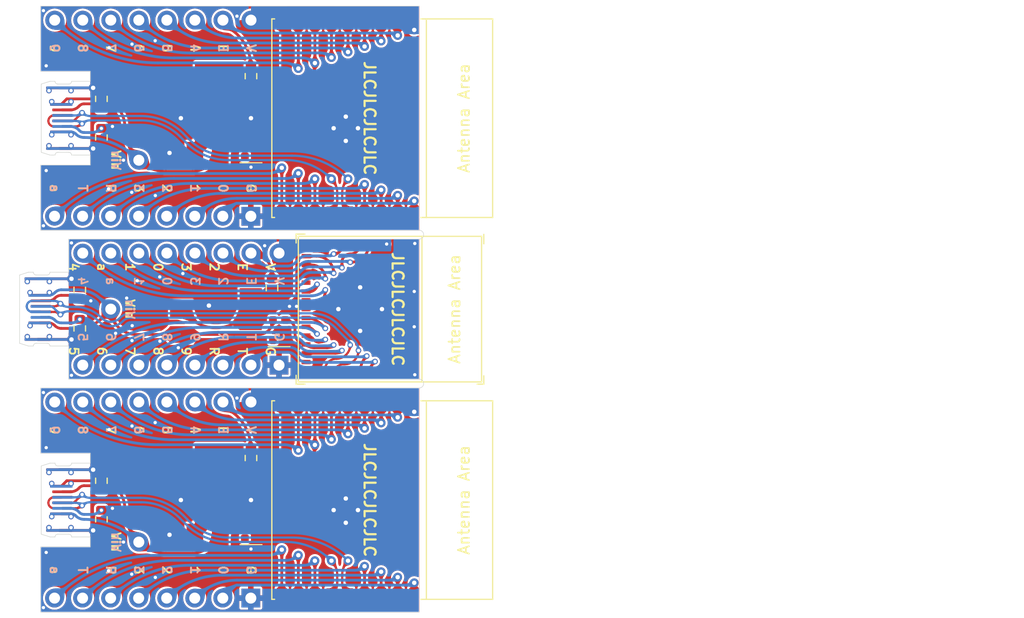
<source format=kicad_pcb>
(kicad_pcb (version 20221018) (generator pcbnew)
  (layers (0 "F.Cu" signal) (31 "B.Cu" signal) (34 "B.Paste" user) (35 "F.Paste" user) (36 "B.SilkS" user "B.Silkscreen") (37 "F.SilkS" user "F.Silkscreen") (38 "B.Mask" user) (39 "F.Mask" user) (44 "Edge.Cuts" user))
  (net 0 "")
  (footprint "PCM_Espressif:ESP32-C3-WROOM-02" (layer "F.Cu") (at 129.9 144.81 -90)
    (fp_text reference "U1" hide)
    (fp_text value "ESP32-C3-WROOM-02" hide)
  )
  (footprint "Library:WS2812C-2020" (layer "F.Cu") (at 123.55 129.405 -90)
    (fp_text reference "U3" hide)
    (fp_text value "WS2812C" hide)
  )
  (footprint "Connector_PinHeader_2.54mm:PinHeader_1x01_P2.54mm_Vertical" (layer "F.Cu") (at 110.85 148.62 -90)
    (fp_text reference "J3" hide)
    (fp_text value "Conn_01x01_Pin" hide)
  )
  (footprint "Resistor_SMD:R_0603_1608Metric" (layer "F.Cu") (at 122.915 125.595 90)
    (fp_text reference "R1" hide)
    (fp_text value "10k" hide)
  )
  (footprint "Package_TO_SOT_SMD:SOT-223-3_TabPin2" (layer "F.Cu") (at 115.930067 110.19 90)
    (fp_text reference "U2" hide)
    (fp_text value "LM1117MP-3.3" hide)
  )
  (footprint "Resistor_SMD:R_0603_1608Metric" (layer "F.Cu") (at 105.5 129.25 -90)
    (fp_text reference "R2" hide)
    (fp_text value "5.1k" hide)
  )
  (footprint "Resistor_SMD:R_0603_1608Metric" (layer "F.Cu") (at 105.5 125.75 90)
    (fp_text reference "R3" hide)
    (fp_text value "5.1k" hide)
  )
  (footprint "Library:WS2812C-2020" (layer "F.Cu") (at 121.01 147.35 -90)
    (fp_text reference "U3" hide)
    (fp_text value "WS2812C" hide)
  )
  (footprint "Connector_PinHeader_2.54mm:PinHeader_1x01_P2.54mm_Vertical" (layer "F.Cu") (at 108.31 127.5 -90)
    (fp_text reference "J3" hide)
    (fp_text value "Conn_01x01_Pin" hide)
  )
  (footprint "Library:WS2812C-2020" (layer "F.Cu") (at 121.010067 112.73 -90)
    (fp_text reference "U3" hide)
    (fp_text value "WS2812C" hide)
  )
  (footprint "Resistor_SMD:R_0603_1608Metric" (layer "F.Cu") (at 107.46 143.06 90)
    (fp_text reference "R3" hide)
    (fp_text value "5.1k" hide)
  )
  (footprint "Connector_PinHeader_2.54mm:PinHeader_1x08_P2.54mm_Vertical" (layer "F.Cu") (at 123.55 132.58 -90)
    (fp_text reference "J4" hide)
    (fp_text value "Conn_01x08_Pin" hide)
  )
  (footprint "Connector_PinHeader_2.54mm:PinHeader_1x08_P2.54mm_Vertical" (layer "F.Cu") (at 120.995 153.7 -90)
    (fp_text reference "J4" hide)
    (fp_text value "Conn_01x08_Pin" hide)
  )
  (footprint "Connector_PinHeader_2.54mm:PinHeader_1x08_P2.54mm_Vertical" (layer "F.Cu") (at 121.01 135.92 -90)
    (fp_text reference "J2" hide)
    (fp_text value "Conn_01x08_Pin" hide)
  )
  (footprint "Connector_PinHeader_2.54mm:PinHeader_1x08_P2.54mm_Vertical" (layer "F.Cu") (at 121.010067 101.3 -90)
    (fp_text reference "J2" hide)
    (fp_text value "Conn_01x08_Pin" hide)
  )
  (footprint "Connector_PinHeader_2.54mm:PinHeader_1x08_P2.54mm_Vertical" (layer "F.Cu") (at 123.55 122.42 -90)
    (fp_text reference "J2" hide)
    (fp_text value "Conn_01x08_Pin" hide)
  )
  (footprint "Resistor_SMD:R_0603_1608Metric" (layer "F.Cu") (at 107.460067 108.44 90)
    (fp_text reference "R3" hide)
    (fp_text value "5.1k" hide)
  )
  (footprint "Library:USB-C" (layer "F.Cu") (at 106.46 144.81 180)
    (fp_text reference "J1" hide)
    (fp_text value "USB-C" hide)
    (fp_line (start 0 -3.345) (end 1.7 -3.345) (stroke (width 0.05)) (layer "Edge.Cuts"))
    (fp_line (start 0 3.345) (end 1.7 3.345) (stroke (width 0.05)) (layer "Edge.Cuts"))
    (fp_line (start 1.95 -3.095) (end 2.95 -3.095) (stroke (width 0.05)) (layer "Edge.Cuts"))
    (fp_line (start 1.95 3.095) (end 2.95 3.095) (stroke (width 0.05)) (layer "Edge.Cuts"))
    (fp_line (start 3.2 -3.345) (end 3.65 -3.345) (stroke (width 0.05)) (layer "Edge.Cuts"))
    (fp_line (start 3.2 3.345) (end 3.65 3.345) (stroke (width 0.05)) (layer "Edge.Cuts"))
    (fp_line (start 3.65 -3.345) (end 4.45 -3.095) (stroke (width 0.05)) (layer "Edge.Cuts"))
    (fp_line (start 3.65 3.345) (end 4.45 3.095) (stroke (width 0.05)) (layer "Edge.Cuts"))
    (fp_line (start 4.45 -3.095) (end 4.45 0) (stroke (width 0.05)) (layer "Edge.Cuts"))
    (fp_line (start 4.45 3.095) (end 4.45 0) (stroke (width 0.05)) (layer "Edge.Cuts"))
    (fp_arc (start 1.7 3.345) (mid 1.773223 3.168223) (end 1.95 3.095) (stroke (width 0.05)) (layer "Edge.Cuts"))
    (fp_arc (start 1.95 -3.095) (mid 1.773223 -3.168223) (end 1.7 -3.345) (stroke (width 0.05)) (layer "Edge.Cuts"))
    (fp_arc (start 2.95 3.095) (mid 3.126777 3.168223) (end 3.2 3.345) (stroke (width 0.05)) (layer "Edge.Cuts"))
    (fp_arc (start 3.2 -3.345) (mid 3.126777 -3.168223) (end 2.95 -3.095) (stroke (width 0.05)) (layer "Edge.Cuts"))
  )
  (footprint "Package_TO_SOT_SMD:SOT-223-3_TabPin2" (layer "F.Cu") (at 115.93 144.81 90)
    (fp_text reference "U2" hide)
    (fp_text value "LM1117MP-3.3" hide)
  )
  (footprint "PCM_Espressif:ESP32-C3-MINI-1" (layer "F.Cu") (at 133.6 127.5 -90)
    (fp_text reference "U4" hide)
    (fp_text value "ESP32-C3-MINI-1" hide)
  )
  (footprint "Resistor_SMD:R_0603_1608Metric" (layer "F.Cu") (at 121.010067 106.38 90)
    (fp_text reference "R1" hide)
    (fp_text value "10k" hide)
  )
  (footprint "Library:USB-C" (layer "F.Cu") (at 106.460067 110.19 180)
    (fp_text reference "J1" hide)
    (fp_text value "USB-C" hide)
    (fp_line (start 0 -3.345) (end 1.7 -3.345) (stroke (width 0.05)) (layer "Edge.Cuts"))
    (fp_line (start 0 3.345) (end 1.7 3.345) (stroke (width 0.05)) (layer "Edge.Cuts"))
    (fp_line (start 1.95 -3.095) (end 2.95 -3.095) (stroke (width 0.05)) (layer "Edge.Cuts"))
    (fp_line (start 1.95 3.095) (end 2.95 3.095) (stroke (width 0.05)) (layer "Edge.Cuts"))
    (fp_line (start 3.2 -3.345) (end 3.65 -3.345) (stroke (width 0.05)) (layer "Edge.Cuts"))
    (fp_line (start 3.2 3.345) (end 3.65 3.345) (stroke (width 0.05)) (layer "Edge.Cuts"))
    (fp_line (start 3.65 -3.345) (end 4.45 -3.095) (stroke (width 0.05)) (layer "Edge.Cuts"))
    (fp_line (start 3.65 3.345) (end 4.45 3.095) (stroke (width 0.05)) (layer "Edge.Cuts"))
    (fp_line (start 4.45 -3.095) (end 4.45 0) (stroke (width 0.05)) (layer "Edge.Cuts"))
    (fp_line (start 4.45 3.095) (end 4.45 0) (stroke (width 0.05)) (layer "Edge.Cuts"))
    (fp_arc (start 1.7 3.345) (mid 1.773223 3.168223) (end 1.95 3.095) (stroke (width 0.05)) (layer "Edge.Cuts"))
    (fp_arc (start 1.95 -3.095) (mid 1.773223 -3.168223) (end 1.7 -3.345) (stroke (width 0.05)) (layer "Edge.Cuts"))
    (fp_arc (start 2.95 3.095) (mid 3.126777 3.168223) (end 3.2 3.345) (stroke (width 0.05)) (layer "Edge.Cuts"))
    (fp_arc (start 3.2 -3.345) (mid 3.126777 -3.168223) (end 2.95 -3.095) (stroke (width 0.05)) (layer "Edge.Cuts"))
  )
  (footprint "Resistor_SMD:R_0603_1608Metric" (layer "F.Cu") (at 121.01 141 90)
    (fp_text reference "R1" hide)
    (fp_text value "10k" hide)
  )
  (footprint "PCM_Espressif:ESP32-C3-WROOM-02" (layer "F.Cu") (at 129.900067 110.19 -90)
    (fp_text reference "U1" hide)
    (fp_text value "ESP32-C3-WROOM-02" hide)
  )
  (footprint "Resistor_SMD:R_0603_1608Metric" (layer "F.Cu") (at 107.46 146.56 -90)
    (fp_text reference "R2" hide)
    (fp_text value "5.1k" hide)
  )
  (footprint "Connector_PinHeader_2.54mm:PinHeader_1x01_P2.54mm_Vertical" (layer "F.Cu") (at 110.850067 114 -90)
    (fp_text reference "J3" hide)
    (fp_text value "Conn_01x01_Pin" hide)
  )
  (footprint "Resistor_SMD:R_0603_1608Metric" (layer "F.Cu") (at 107.460067 111.94 -90)
    (fp_text reference "R2" hide)
    (fp_text value "5.1k" hide)
  )
  (footprint "Package_TO_SOT_SMD:SOT-223-3_TabPin2" (layer "F.Cu") (at 117.835 127.5)
    (fp_text reference "U2" hide)
    (fp_text value "LM1117MP-3.3" hide)
  )
  (footprint "Connector_PinHeader_2.54mm:PinHeader_1x08_P2.54mm_Vertical" (layer "F.Cu") (at 120.995067 119.08 -90)
    (fp_text reference "J4" hide)
    (fp_text value "Conn_01x08_Pin" hide)
  )
  (footprint "Library:USB-C" (layer "F.Cu") (at 104.5 127.5 180)
    (fp_text reference "J1" hide)
    (fp_text value "USB-C" hide)
    (fp_line (start 0 -3.345) (end 1.7 -3.345) (stroke (width 0.05)) (layer "Edge.Cuts"))
    (fp_line (start 0 3.345) (end 1.7 3.345) (stroke (width 0.05)) (layer "Edge.Cuts"))
    (fp_line (start 1.95 -3.095) (end 2.95 -3.095) (stroke (width 0.05)) (layer "Edge.Cuts"))
    (fp_line (start 1.95 3.095) (end 2.95 3.095) (stroke (width 0.05)) (layer "Edge.Cuts"))
    (fp_line (start 3.2 -3.345) (end 3.65 -3.345) (stroke (width 0.05)) (layer "Edge.Cuts"))
    (fp_line (start 3.2 3.345) (end 3.65 3.345) (stroke (width 0.05)) (layer "Edge.Cuts"))
    (fp_line (start 3.65 -3.345) (end 4.45 -3.095) (stroke (width 0.05)) (layer "Edge.Cuts"))
    (fp_line (start 3.65 3.345) (end 4.45 3.095) (stroke (width 0.05)) (layer "Edge.Cuts"))
    (fp_line (start 4.45 -3.095) (end 4.45 0) (stroke (width 0.05)) (layer "Edge.Cuts"))
    (fp_line (start 4.45 3.095) (end 4.45 0) (stroke (width 0.05)) (layer "Edge.Cuts"))
    (fp_arc (start 1.7 3.345) (mid 1.773223 3.168223) (end 1.95 3.095) (stroke (width 0.05)) (layer "Edge.Cuts"))
    (fp_arc (start 1.95 -3.095) (mid 1.773223 -3.168223) (end 1.7 -3.345) (stroke (width 0.05)) (layer "Edge.Cuts"))
    (fp_arc (start 2.95 3.095) (mid 3.126777 3.168223) (end 3.2 3.345) (stroke (width 0.05)) (layer "Edge.Cuts"))
    (fp_arc (start 3.2 -3.345) (mid 3.126777 -3.168223) (end 2.95 -3.095) (stroke (width 0.05)) (layer "Edge.Cuts"))
  )
  (footprint "LOGO" (layer "B.Cu") (at 133.71 124.96 90)
    (fp_text reference "G***" hide)
    (fp_text value "LOGO" hide)
  )
  (footprint "LOGO" (layer "B.Cu") (at 133.710067 112.73 90)
    (fp_text reference "G***" hide)
    (fp_text value "LOGO" hide)
  )
  (footprint "LOGO" (layer "B.Cu") (at 133.71 147.35 90)
    (fp_text reference "G***" hide)
    (fp_text value "LOGO" hide)
  )
  (footprint "LOGO" (layer "B.Cu") (at 133.710067 107.65 90)
    (fp_text reference "G***" hide)
    (fp_text value "LOGO" hide)
  )
  (footprint "LOGO" (layer "B.Cu") (at 133.71 142.27 90)
    (fp_text reference "G***" hide)
    (fp_text value "LOGO" hide)
  )
  (footprint "LOGO" (layer "B.Cu") (at 133.71 130.04 90)
    (fp_text reference "G***" hide)
    (fp_text value "LOGO" hide)
  )
  (gr_line (start 136.250067 100.03) (end 136.250067 120.35) (stroke (width 0.05)) (layer "B.SilkS"))
  (gr_line (start 136.25 121.15) (end 136.25 133.85) (stroke (width 0.05)) (layer "B.SilkS"))
  (gr_line (start 136.25 134.65) (end 136.25 154.97) (stroke (width 0.05)) (layer "B.SilkS"))
  (gr_line (start 136.25 133.85) (end 104.5 133.85) (stroke (width 0.05)) (layer "Edge.Cuts"))
  (gr_line (start 104.5 121.15) (end 104.5 124.155) (stroke (width 0.05)) (layer "Edge.Cuts"))
  (gr_line (start 106.460067 113.535) (end 106.460067 114.44) (stroke (width 0.05)) (layer "Edge.Cuts"))
  (gr_line (start 101.96 149.06) (end 101.96 154.97) (stroke (width 0.05)) (layer "Edge.Cuts"))
  (gr_line (start 136.25 121.15) (end 104.5 121.15) (stroke (width 0.05)) (layer "Edge.Cuts"))
  (gr_line (start 106.46 149.06) (end 101.96 149.06) (stroke (width 0.05)) (layer "Edge.Cuts"))
  (gr_line (start 104.5 130.845) (end 104.5 133.85) (stroke (width 0.05)) (layer "Edge.Cuts"))
  (gr_line (start 136.250067 100.03) (end 101.960067 100.03) (stroke (width 0.05)) (layer "Edge.Cuts"))
  (gr_line (start 106.46 141.465) (end 106.46 140.56) (stroke (width 0.05)) (layer "Edge.Cuts"))
  (gr_line (start 106.46 140.56) (end 101.96 140.56) (stroke (width 0.05)) (layer "Edge.Cuts"))
  (gr_arc (start 136.250067 120.35) (mid 136.650067 120.75) (end 136.250067 121.15) (stroke (width 0.05)) (layer "Edge.Cuts"))
  (gr_line (start 106.460067 106.845) (end 106.460067 105.94) (stroke (width 0.05)) (layer "Edge.Cuts"))
  (gr_line (start 106.46 148.155) (end 106.46 149.06) (stroke (width 0.05)) (layer "Edge.Cuts"))
  (gr_line (start 136.25 134.65) (end 101.96 134.65) (stroke (width 0.05)) (layer "Edge.Cuts"))
  (gr_line (start 106.460067 105.94) (end 101.960067 105.94) (stroke (width 0.05)) (layer "Edge.Cuts"))
  (gr_arc (start 136.25 133.85) (mid 136.65 134.25) (end 136.25 134.65) (stroke (width 0.05)) (layer "Edge.Cuts"))
  (gr_line (start 136.25 154.97) (end 101.96 154.97) (stroke (width 0.05)) (layer "Edge.Cuts"))
  (gr_line (start 136.250067 120.35) (end 101.960067 120.35) (stroke (width 0.05)) (layer "Edge.Cuts"))
  (gr_line (start 101.960067 114.44) (end 101.960067 120.35) (stroke (width 0.05)) (layer "Edge.Cuts"))
  (gr_line (start 106.460067 114.44) (end 101.960067 114.44) (stroke (width 0.05)) (layer "Edge.Cuts"))
  (gr_line (start 101.960067 100.03) (end 101.960067 105.94) (stroke (width 0.05)) (layer "Edge.Cuts"))
  (gr_line (start 101.96 134.65) (end 101.96 140.56) (stroke (width 0.05)) (layer "Edge.Cuts"))
  (gr_text "V\n\nE\n\n4\n\n5\n\n6\n\n7\n\n8\n\n9" (at 112.120067 103.84 -90) (layer "B.SilkS") (effects (font (size 0.79 0.79) (thickness 0.158) bold) (justify mirror)))
  (gr_text "Vin" (at 108.310067 114 -90) (layer "B.SilkS") (effects (font (size 0.79 0.79) (thickness 0.158) bold) (justify bottom mirror)))
  (gr_text "V\n\nE\n\n2\n\n3\n\n0\n\n1\n\na\n\n4" (at 114.66 124.96 -90) (layer "B.SilkS") (effects (font (size 0.79 0.79) (thickness 0.158) bold) (justify mirror)))
  (gr_text "G\n\n0\n\n1\n\n2\n\n3\n\nR\n\nT\n\na" (at 112.120067 116.54 -90) (layer "B.SilkS") (effects (font (size 0.79 0.79) (thickness 0.158) bold) (justify mirror)))
  (gr_text "V\n\nE\n\n4\n\n5\n\n6\n\n7\n\n8\n\n9" (at 112.12 138.46 -90) (layer "B.SilkS") (effects (font (size 0.79 0.79) (thickness 0.158) bold) (justify mirror)))
  (gr_text "G\n\nT\n\nR\n\n9\n\n8\n\n7\n\n6\n\n5\n" (at 114.66 130.04 -90) (layer "B.SilkS") (effects (font (size 0.79 0.79) (thickness 0.158) bold) (justify mirror)))
  (gr_text "Vin" (at 109.58 127.5 -90) (layer "B.SilkS") (effects (font (size 0.79 0.79) (thickness 0.158) bold) (justify bottom mirror)))
  (gr_text "Vin" (at 108.31 148.62 -90) (layer "B.SilkS") (effects (font (size 0.79 0.79) (thickness 0.158) bold) (justify bottom mirror)))
  (gr_text "G\n\n0\n\n1\n\n2\n\n3\n\nR\n\nT\n\na" (at 112.12 151.16 -90) (layer "B.SilkS") (effects (font (size 0.79 0.79) (thickness 0.158) bold) (justify mirror)))
  (gr_text "V\n\nE\n\n4\n\n5\n\n6\n\n7\n\n8\n\n9" (at 112.12 138.46 -90) (layer "F.SilkS") (effects (font (size 0.79 0.79) (thickness 0.158) bold)))
  (gr_text "Vin" (at 109.58 127.5 -90) (layer "F.SilkS") (effects (font (size 0.79 0.79) (thickness 0.158) bold) (justify bottom)))
  (gr_text "JLCJLCJLCJLC" (at 133.71 127.5 -90) (layer "F.SilkS") (effects (font (size 1 1) (thickness 0.2) bold) (justify bottom)))
  (gr_text "Vin" (at 108.310067 114 -90) (layer "F.SilkS") (effects (font (size 0.79 0.79) (thickness 0.158) bold) (justify bottom)))
  (gr_text "JLCJLCJLCJLC" (at 131.17 144.81 -90) (layer "F.SilkS") (effects (font (size 1 1) (thickness 0.2) bold) (justify bottom)))
  (gr_text "JLCJLCJLCJLC" (at 131.170067 110.19 -90) (layer "F.SilkS") (effects (font (size 1 1) (thickness 0.2) bold) (justify bottom)))
  (gr_text "G\n\nT\n\nR\n\n9\n\n8\n\n7\n\n6\n\n5\n" (at 104.5 131.31 -90) (layer "F.SilkS") (effects (font (size 0.79 0.79) (thickness 0.158) bold) (justify bottom)))
  (gr_text "V\n\nE\n\n4\n\n5\n\n6\n\n7\n\n8\n\n9" (at 112.120067 103.84 -90) (layer "F.SilkS") (effects (font (size 0.79 0.79) (thickness 0.158) bold)))
  (gr_text "G\n\n0\n\n1\n\n2\n\n3\n\nR\n\nT\n\na" (at 112.120067 116.54 -90) (layer "F.SilkS") (effects (font (size 0.79 0.79) (thickness 0.158) bold)))
  (gr_text "Vin" (at 108.31 148.62 -90) (layer "F.SilkS") (effects (font (size 0.79 0.79) (thickness 0.158) bold) (justify bottom)))
  (gr_text "V\n\nE\n\n2\n\n3\n\n0\n\n1\n\na\n\n4" (at 104.5 123.69 -90) (layer "F.SilkS") (effects (font (size 0.79 0.79) (thickness 0.158) bold) (justify bottom)))
  (gr_text "G\n\n0\n\n1\n\n2\n\n3\n\nR\n\nT\n\na" (at 112.12 151.16 -90) (layer "F.SilkS") (effects (font (size 0.79 0.79) (thickness 0.158) bold)))
  (segment (start 123.800067 114.69) (end 123.800067 118.94) (width 0.25) (layer "F.Cu") (net 0))
  (segment (start 106.71 147.56) (end 106.46 147.56) (width 0.25) (layer "F.Cu") (net 0))
  (segment (start 114.685 129.8) (end 114.76 129.725) (width 0.25) (layer "F.Cu") (net 0))
  (segment (start 113.30041 149.635) (end 115.726573 149.635) (width 0.25) (layer "F.Cu") (net 0))
  (segment (start 126.800067 101.44) (end 126.800067 105.19) (width 0.25) (layer "F.Cu") (net 0))
  (segment (start 102.66 145.06) (end 102.66 145.06) (width 0.2) (layer "F.Cu") (net 0))
  (segment (start 103.925067 109.94) (end 103.160067 109.94) (width 0.2) (layer "F.Cu") (net 0))
  (segment (start 128.825066 117.672547) (end 128.825066 116.957453) (width 0.2) (layer "F.Cu") (net 0))
  (segment (start 127.75 129.25) (end 127.365689 128.865689) (width 0.25) (layer "F.Cu") (net 0))
  (segment (start 129.8 136.06) (end 129.8 138.81) (width 0.25) (layer "F.Cu") (net 0))
  (segment (start 128.3 136.06) (end 128.3 139.31) (width 0.25) (layer "F.Cu") (net 0))
  (segment (start 135.800067 118.94) (end 135.800067 117.69) (width 0.25) (layer "F.Cu") (net 0))
  (segment (start 125 129.7) (end 125 129.39) (width 0.25) (layer "F.Cu") (net 0))
  (segment (start 127.7 133.05) (end 127.7 133.4) (width 0.2) (layer "F.Cu") (net 0))
  (segment (start 114.685 127.5) (end 115.360127 128.175127) (width 0.25) (layer "F.Cu") (net 0))
  (segment (start 125.3 153.56) (end 125.3 149.81) (width 0.25) (layer "F.Cu") (net 0))
  (segment (start 132.124264 132.375736) (end 132.25 132.25) (width 0.25) (layer "F.Cu") (net 0))
  (segment (start 108.25 127.5) (end 108.31 127.5) (width 0.25) (layer "F.Cu") (net 0))
  (segment (start 101.965 127.75) (end 103.146456 127.75) (width 0.2) (layer "F.Cu") (net 0))
  (segment (start 101.965 126.75) (end 102.668629 126.75) (width 0.25) (layer "F.Cu") (net 0))
  (segment (start 104.325 143.06) (end 103.825 143.56) (width 0.25) (layer "F.Cu") (net 0))
  (segment (start 126.574993 130.138166) (end 126.593047 130.15622) (width 0.25) (layer "F.Cu") (net 0))
  (segment (start 129.800067 101.44) (end 129.800067 104.19) (width 0.25) (layer "F.Cu") (net 0))
  (segment (start 126.8 136.06) (end 126.8 139.81) (width 0.25) (layer "F.Cu") (net 0))
  (segment (start 107.086117 108.44) (end 104.325067 108.44) (width 0.25) (layer "F.Cu") (net 0))
  (segment (start 127.896447 131) (end 126.724264 131) (width 0.25) (layer "F.Cu") (net 0))
  (segment (start 117.140787 149.049213) (end 118.23 147.96) (width 0.25) (layer "F.Cu") (net 0))
  (segment (start 125.300067 118.94) (end 125.300067 115.19) (width 0.25) (layer "F.Cu") (net 0))
  (segment (start 105.403934 143.752462) (end 105.47066 143.685736) (width 0.25) (layer "F.Cu") (net 0))
  (segment (start 126.5 123.5) (end 126 123.5) (width 0.25) (layer "F.Cu") (net 0))
  (segment (start 103.160067 110.94) (end 105.106517 110.94) (width 0.2) (layer "F.Cu") (net 0))
  (segment (start 130.9 133.198528) (end 130.9 133.4) (width 0.25) (layer "F.Cu") (net 0))
  (segment (start 103.925 145.06) (end 104.752893 145.06) (width 0.2) (layer "F.Cu") (net 0))
  (segment (start 105.894924 143.51) (end 106.554679 143.51) (width 0.25) (layer "F.Cu") (net 0))
  (segment (start 122.915 124.325) (end 122.915 124.77) (width 0.25) (layer "F.Cu") (net 0))
  (segment (start 103.65 142.06) (end 106.71 142.06) (width 0.25) (layer "F.Cu") (net 0))
  (segment (start 126.593047 130.15622) (end 126.788433 130.351614) (width 0.25) (layer "F.Cu") (net 0))
  (segment (start 106.710067 112.94) (end 106.460067 112.94) (width 0.25) (layer "F.Cu") (net 0))
  (segment (start 107.43868 128.37132) (end 108.31 127.5) (width 0.25) (layer "F.Cu") (net 0))
  (segment (start 102.660067 110.44) (end 102.660067 110.44) (width 0.2) (layer "F.Cu") (net 0))
  (segment (start 129.25 123.75) (end 129.25 123.25) (width 0.25) (layer "F.Cu") (net 0))
  (segment (start 125.820657 142.174343) (end 121.56 146.435) (width 0.25) (layer "F.Cu") (net 0))
  (segment (start 104.75 124.75) (end 101.69 124.75) (width 0.25) (layer "F.Cu") (net 0))
  (segment (start 119.797312 137.247312) (end 118.47 135.92) (width 0.25) (layer "F.Cu") (net 0))
  (segment (start 105.404001 109.132462) (end 105.470727 109.065736) (width 0.25) (layer "F.Cu") (net 0))
  (segment (start 131.3 150.81) (end 131.3 153.56) (width 0.25) (layer "F.Cu") (net 0))
  (segment (start 132.800067 101.44) (end 132.800067 103.2) (width 0.25) (layer "F.Cu") (net 0))
  (segment (start 103.265685 126.484315) (end 103.234314 126.515686) (width 0.25) (layer "F.Cu") (net 0))
  (segment (start 113.300477 115.015) (end 115.72664 115.015) (width 0.25) (layer "F.Cu") (net 0))
  (segment (start 123.8 149.31) (end 123.8 153.56) (width 0.25) (layer "F.Cu") (net 0))
  (segment (start 103.65 147.56) (end 106.71 147.56) (width 0.25) (layer "F.Cu") (net 0))
  (segment (start 117.140854 114.429213) (end 118.230067 113.34) (width 0.25) (layer "F.Cu") (net 0))
  (segment (start 126.35 125.9) (end 126 125.9) (width 0.25) (layer "F.Cu") (net 0))
  (segment (start 131.300067 101.44) (end 131.300067 103.69) (width 0.25) (layer "F.Cu") (net 0))
  (segment (start 103.650067 112.94) (end 106.710067 112.94) (width 0.25) (layer "F.Cu") (net 0))
  (segment (start 134.300067 117.18) (end 134.300067 118.94) (width 0.25) (layer "F.Cu") (net 0))
  (segment (start 101.865 128.75) (end 102.668629 128.75) (width 0.25) (layer "F.Cu") (net 0))
  (segment (start 101.69 130.25) (end 104.75 130.25) (width 0.25) (layer "F.Cu") (net 0))
  (segment (start 129.275068 117.672543) (end 129.275068 116.957458) (width 0.2) (layer "F.Cu") (net 0))
  (segment (start 103.925067 109.44) (end 104.661539 109.44) (width 0.25) (layer "F.Cu") (net 0))
  (segment (start 103.925 144.56) (end 103.16 144.56) (width 0.2) (layer "F.Cu") (net 0))
  (segment (start 135.8 153.56) (end 135.8 152.31) (width 0.25) (layer "F.Cu") (net 0))
  (segment (start 119.256489 146.93351) (end 118.23 147.96) (width 0.25) (layer "F.Cu") (net 0))
  (segment (start 104.75 130.25) (end 104.5 130.25) (width 0.25) (layer "F.Cu") (net 0))
  (segment (start 120.985 127.5) (end 120.309873 128.175127) (width 0.25) (layer "F.Cu") (net 0))
  (segment (start 105.106447 144.913553) (end 105.71 144.31) (width 0.2) (layer "F.Cu") (net 0))
  (segment (start 103.650067 107.44) (end 106.710067 107.44) (width 0.25) (layer "F.Cu") (net 0))
  (segment (start 131.3 136.06) (end 131.3 138.31) (width 0.25) (layer "F.Cu") (net 0))
  (segment (start 105.894991 108.89) (end 106.554746 108.89) (width 0.25) (layer "F.Cu") (net 0))
  (segment (start 130.05 123.25) (end 130 123.25) (width 0.25) (layer "F.Cu") (net 0))
  (segment (start 125.820724 107.554343) (end 121.560067 111.815) (width 0.25) (layer "F.Cu") (net 0))
  (segment (start 106.71 142.06) (end 106.46 142.06) (width 0.25) (layer "F.Cu") (net 0))
  (segment (start 119.797379 102.627312) (end 118.470067 101.3) (width 0.25) (layer "F.Cu") (net 0))
  (segment (start 131.300067 116.19) (end 131.300067 118.94) (width 0.25) (layer "F.Cu") (net 0))
  (segment (start 128.300067 101.44) (end 128.300067 104.69) (width 0.25) (layer "F.Cu") (net 0))
  (segment (start 103.146456 127.25) (end 101.965 127.25) (width 0.2) (layer "F.Cu") (net 0))
  (segment (start 132.8 136.06) (end 132.8 137.82) (width 0.25) (layer "F.Cu") (net 0))
  (segment (start 129.275001 152.292543) (end 129.275001 151.577458) (width 0.2) (layer "F.Cu") (net 0))
  (segment (start 103.925067 110.44) (end 104.75296 110.44) (width 0.2) (layer "F.Cu") (net 0))
  (segment (start 129.3 121.699979) (end 129.3 121.6) (width 0.25) (layer "F.Cu") (net 0))
  (segment (start 114.61 129.725) (end 114.685 129.8) (width 0.25) (layer "F.Cu") (net 0))
  (segment (start 126.800067 115.69) (end 126.800067 118.94) (width 0.25) (layer "F.Cu") (net 0))
  (segment (start 103.16 145.56) (end 105.10645 145.56) (width 0.2) (layer "F.Cu") (net 0))
  (segment (start 126 131.5) (end 128.646447 131.5) (width 0.25) (layer "F.Cu") (net 0))
  (segment (start 121.69 129.8) (end 114.685 129.8) (width 0.25) (layer "F.Cu") (net 0))
  (segment (start 105.106514 110.293553) (end 105.710067 109.69) (width 0.2) (layer "F.Cu") (net 0))
  (segment (start 125.300067 101.44) (end 125.300067 105.69) (width 0.25) (layer "F.Cu") (net 0))
  (segment (start 126.95 122.7) (end 126 122.7) (width 0.25) (layer "F.Cu") (net 0))
  (segment (start 129.5 132.5) (end 129.4 132.5) (width 0.2) (layer "F.Cu") (net 0))
  (segment (start 126.8 150.31) (end 126.8 153.56) (width 0.25) (layer "F.Cu") (net 0))
  (segment (start 128.824999 152.292547) (end 128.824999 151.577453) (width 0.2) (layer "F.Cu") (net 0))
  (segment (start 110.61 129.8) (end 114.685 129.8) (width 0.25) (layer "F.Cu") (net 0))
  (segment (start 103.925 144.06) (end 104.661472 144.06) (width 0.25) (layer "F.Cu") (net 0))
  (segment (start 132.8 153.56) (end 132.8 151.31) (width 0.25) (layer "F.Cu") (net 0))
  (segment (start 104.325067 108.44) (end 103.825067 108.94) (width 0.25) (layer "F.Cu") (net 0))
  (segment (start 103.234315 128.984315) (end 103.265686 129.015686) (width 0.25) (layer "F.Cu") (net 0))
  (segment (start 106.710067 107.44) (end 106.460067 107.44) (width 0.25) (layer "F.Cu") (net 0))
  (segment (start 125.3 136.06) (end 125.3 140.31) (width 0.25) (layer "F.Cu") (net 0))
  (segment (start 103.831371 129.25) (end 105.317359 129.25) (width 0.25) (layer "F.Cu") (net 0))
  (segment (start 134.300067 101.44) (end 134.300067 102.69) (width 0.25) (layer "F.Cu") (net 0))
  (segment (start 119.256556 112.31351) (end 118.230067 113.34) (width 0.25) (layer "F.Cu") (net 0))
  (segment (start 127 129.75) (end 126.597486 129.347486) (width 0.25) (layer "F.Cu") (net 0))
  (segment (start 132.800067 118.94) (end 132.800067 116.69) (width 0.25) (layer "F.Cu") (net 0))
  (segment (start 134.3 151.8) (end 134.3 153.56) (width 0.25) (layer "F.Cu") (net 0))
  (segment (start 107.08605 143.06) (end 104.325 143.06) (width 0.25) (layer "F.Cu") (net 0))
  (segment (start 134.3 136.06) (end 134.3 137.31) (width 0.25) (layer "F.Cu") (net 0))
  (segment (start 104.715384 126.25) (end 103.831371 126.25) (width 0.25) (layer "F.Cu") (net 0))
  (via (at 126.800067 115.69) (size 0.8) (drill 0.4) (layers "F.Cu" "B.Cu") (net 0))
  (via (at 104.710067 112.69) (size 0.5) (drill 0.3) (layers "F.Cu" "B.Cu") (net 0))
  (via (at 135.8 136.81) (size 0.8) (drill 0.4) (layers "F.Cu" "B.Cu") (net 0))
  (via (at 127 125.25) (size 0.5) (drill 0.3) (layers "F.Cu" "B.Cu") (net 0))
  (via (at 104.710067 111.69) (size 0.5) (drill 0.3) (layers "F.Cu" "B.Cu") (net 0))
  (via (at 129.25 131.25) (size 0.5) (drill 0.3) (layers "F.Cu" "B.Cu") (net 0))
  (via (at 129.8 138.81) (size 0.8) (drill 0.4) (layers "F.Cu" "B.Cu") (net 0))
  (via (at 134.300067 117.18) (size 0.8) (drill 0.4) (layers "F.Cu" "B.Cu") (net 0))
  (via (at 102.710067 107.69) (size 0.5) (drill 0.3) (layers "F.Cu" "B.Cu") (net 0))
  (via (at 132.8 137.82) (size 0.8) (drill 0.4) (layers "F.Cu" "B.Cu") (net 0))
  (via (at 131.300067 103.69) (size 0.8) (drill 0.4) (layers "F.Cu" "B.Cu") (net 0))
  (via (at 128.300067 115.69) (size 0.8) (drill 0.4) (layers "F.Cu" "B.Cu") (net 0))
  (via (at 126.8 150.31) (size 0.8) (drill 0.4) (layers "F.Cu" "B.Cu") (net 0))
  (via (at 110.232301 103.476388) (size 0.5) (drill 0.3) (layers "F.Cu" "B.Cu") (net 0))
  (via (at 126.800067 105.19) (size 0.8) (drill 0.4) (layers "F.Cu" "B.Cu") (net 0))
  (via (at 128.3 139.31) (size 0.8) (drill 0.4) (layers "F.Cu" "B.Cu") (net 0))
  (via (at 104.710067 108.69) (size 0.5) (drill 0.3) (layers "F.Cu" "B.Cu") (net 0))
  (via (at 102.960067 108.69) (size 0.5) (drill 0.3) (layers "F.Cu" "B.Cu") (net 0))
  (via (at 131.3 138.31) (size 0.8) (drill 0.4) (layers "F.Cu" "B.Cu") (net 0))
  (via (at 104.75 121.5) (size 0.5) (drill 0.3) (layers "F.Cu" "B.Cu") (net 0))
  (via (at 110.25 129) (size 0.5) (drill 0.3) (layers "F.Cu" "B.Cu") (net 0))
  (via (at 128.5 124.25) (size 0.5) (drill 0.3) (layers "F.Cu" "B.Cu") (net 0))
  (via (at 112.331482 103.164757) (size 0.5) (drill 0.3) (layers "F.Cu" "B.Cu") (net 0))
  (via (at 127.75 130.25) (size 0.5) (drill 0.3) (layers "F.Cu" "B.Cu") (net 0))
  (via (at 110.232234 138.096388) (size 0.5) (drill 0.3) (layers "F.Cu" "B.Cu") (net 0))
  (via (at 114.427394 131.000002) (size 0.5) (drill 0.3) (layers "F.Cu" "B.Cu") (net 0))
  (via (at 135.8 152.31) (size 0.8) (drill 0.4) (layers "F.Cu" "B.Cu") (net 0))
  (via (at 102.96 143.31) (size 0.5) (drill 0.3) (layers "F.Cu" "B.Cu") (net 0))
  (via (at 106.71 142.06) (size 0.8) (drill 0.4) (layers "F.Cu" "B.Cu") (net 0))
  (via (at 114.839902 124.272813) (size 0.5) (drill 0.3) (layers "F.Cu" "B.Cu") (net 0))
  (via (at 129.600067 112.25) (size 0.8) (drill 0.4) (layers "F.Cu" "B.Cu") (net 0))
  (via (at 112.331415 137.784757) (size 0.5) (drill 0.3) (layers "F.Cu" "B.Cu") (net 0))
  (via (at 104.71 142.31) (size 0.5) (drill 0.3) (layers "F.Cu" "B.Cu") (net 0))
  (via (at 129.25 123.75) (size 0.5) (drill 0.3) (layers "F.Cu" "B.Cu") (net 0))
  (via (at 108.104616 116.602484) (size 0.5) (drill 0.3) (layers "F.Cu" "B.Cu") (net 0))
  (via (at 112.34534 117.204292) (size 0.5) (drill 0.3) (layers "F.Cu" "B.Cu") (net 0))
  (via (at 102.75 125) (size 0.5) (drill 0.3) (layers "F.Cu" "B.Cu") (net 0))
  (via (at 129.8 150.31) (size 0.8) (drill 0.4) (layers "F.Cu" "B.Cu") (net 0))
  (via (at 125.3 140.31) (size 0.8) (drill 0.4) (layers "F.Cu" "B.Cu") (net 0))
  (via (at 109.460067 114) (size 0.5) (drill 0.3) (layers "F.Cu" "B.Cu") (net 0))
  (via (at 112.345273 151.824292) (size 0.5) (drill 0.3) (layers "F.Cu" "B.Cu") (net 0))
  (via (at 109.75 126.5) (size 0.5) (drill 0.3) (layers "F.Cu" "B.Cu") (net 0))
  (via (at 125.300067 105.69) (size 0.8) (drill 0.4) (layers "F.Cu" "B.Cu") (net 0))
  (via (at 105.71 145.31) (size 0.5) (drill 0.3) (layers "F.Cu" "B.Cu") (net 0))
  (via (at 108.158225 138.417874) (size 0.5) (drill 0.3) (layers "F.Cu" "B.Cu") (net 0))
  (via (at 129.800067 115.69) (size 0.8) (drill 0.4) (layers "F.Cu" "B.Cu") (net 0))
  (via (at 125.300067 115.19) (size 0.8) (drill 0.4) (layers "F.Cu" "B.Cu") (net 0))
  (via (at 102.75 130) (size 0.5) (drill 0.3) (layers "F.Cu" "B.Cu") (net 0))
  (via (at 123.800067 114.69) (size 0.8) (drill 0.4) (layers "F.Cu" "B.Cu") (net 0))
  (via (at 130.9 129.475) (size 0.8) (drill 0.4) (layers "F.Cu" "B.Cu") (net 0))
  (via (at 135.8 125.9) (size 0.5) (drill 0.3) (layers "F.Cu" "B.Cu") (net 0))
  (via (at 106.710067 107.44) (size 0.8) (drill 0.4) (layers "F.Cu" "B.Cu") (net 0))
  (via (at 106.71 147.56) (size 0.8) (drill 0.4) (layers "F.Cu" "B.Cu") (net 0))
  (via (at 114.66 144.81) (size 0.8) (drill 0.4) (layers "F.Cu" "B.Cu") (net 0))
  (via (at 131.3 150.81) (size 0.8) (drill 0.4) (layers "F.Cu" "B.Cu") (net 0))
  (via (at 130 130.75) (size 0.5) (drill 0.3) (layers "F.Cu" "B.Cu") (net 0))
  (via (at 104.71 146.31) (size 0.5) (drill 0.3) (layers "F.Cu" "B.Cu") (net 0))
  (via (at 134.3 137.31) (size 0.8) (drill 0.4) (layers "F.Cu" "B.Cu") (net 0))
  (via (at 125.138058 127.25) (size 0.5) (drill 0.3) (layers "F.Cu" "B.Cu") (net 0))
  (via (at 102.46 149.56) (size 0.5) (drill 0.3) (layers "F.Cu" "B.Cu") (net 0))
  (via (at 104.71 147.31) (size 0.5) (drill 0.3) (layers "F.Cu" "B.Cu") (net 0))
  (via (at 135.800067 102.19) (size 0.8) (drill 0.4) (layers "F.Cu" "B.Cu") (net 0))
  (via (at 128.3 150.31) (size 0.8) (drill 0.4) (layers "F.Cu" "B.Cu") (net 0))
  (via (at 129.800067 104.19) (size 0.8) (drill 0.4) (layers "F.Cu" "B.Cu") (net 0))
  (via (at 130.7 145.72) (size 0.8) (drill 0.4) (layers "F.Cu" "B.Cu") (net 0))
  (via (at 110.206703 151.530648) (size 0.5) (drill 0.3) (layers "F.Cu" "B.Cu") (net 0))
  (via (at 110.20677 116.910648) (size 0.5) (drill 0.3) (layers "F.Cu" "B.Cu") (net 0))
  (via (at 127.75 129.25) (size 0.5) (drill 0.3) (layers "F.Cu" "B.Cu") (net 0))
  (via (at 130.9 125.525) (size 0.8) (drill 0.4) (layers "F.Cu" "B.Cu") (net 0))
  (via (at 119.739077 135.56) (size 0.5) (drill 0.3) (layers "F.Cu" "B.Cu") (net 0))
  (via (at 117.2 127.18) (size 0.8) (drill 0.4) (layers "F.Cu" "B.Cu") (net 0))
  (via (at 113.63 147.96) (size 0.8) (drill 0.4) (layers "F.Cu" "B.Cu") (net 0))
  (via (at 104.75 124.75) (size 0.8) (drill 0.4) (layers "F.Cu" "B.Cu") (net 0))
  (via (at 108.746253 129.690821) (size 0.5) (drill 0.3) (layers "F.Cu" "B.Cu") (net 0))
  (via (at 121.01 149.25) (size 0.5) (drill 0.3) (layers "F.Cu" "B.Cu") (net 0))
  (via (at 129.6 144.67) (size 0.8) (drill 0.4) (layers "F.Cu" "B.Cu") (net 0))
  (via (at 102.460067 105.44) (size 0.5) (drill 0.3) (layers "F.Cu" "B.Cu") (net 0))
  (via (at 101 126) (size 0.5) (drill 0.3) (layers "F.Cu" "B.Cu") (net 0))
  (via (at 130.75 131.25) (size 0.5) (drill 0.3) (layers "F.Cu" "B.Cu") (net 0))
  (via (at 104.71 143.31) (size 0.5) (drill 0.3) (layers "F.Cu" "B.Cu") (net 0))
  (via (at 129.600067 110.05) (size 0.8) (drill 0.4) (layers "F.Cu" "B.Cu") (net 0))
  (via (at 109.46 148.62) (size 0.5) (drill 0.3) (layers "F.Cu" "B.Cu") (net 0))
  (via (at 128.300067 104.69) (size 0.8) (drill 0.4) (layers "F.Cu" "B.Cu") (net 0))
  (via (at 121.010067 114.63) (size 0.5) (drill 0.3) (layers "F.Cu" "B.Cu") (net 0))
  (via (at 128.5 145.72) (size 0.8) (drill 0.4) (layers "F.Cu" "B.Cu") (net 0))
  (via (at 105.71 144.31) (size 0.5) (drill 0.3) (layers "F.Cu" "B.Cu") (net 0))
  (via (at 112.762016 130.40762) (size 0.5) (drill 0.3) (layers "F.Cu" "B.Cu") (net 0))
  (via (at 102.710067 112.69) (size 0.5) (drill 0.3) (layers "F.Cu" "B.Cu") (net 0))
  (via (at 131.5 131.75) (size 0.5) (drill 0.3) (layers "F.Cu" "B.Cu") (net 0))
  (via (at 102.46 140.06) (size 0.5) (drill 0.3) (layers "F.Cu" "B.Cu") (net 0))
  (via (at 104.75 130.25) (size 0.8) (drill 0.4) (layers "F.Cu" "B.Cu") (net 0))
  (via (at 105.710067 110.69) (size 0.5) (drill 0.3) (layers "F.Cu" "B.Cu") (net 0))
  (via (at 113.630067 113.34) (size 0.8) (drill 0.4) (layers "F.Cu" "B.Cu") (net 0))
  (via (at 132.875 127.5) (size 0.8) (drill 0.4) (layers "F.Cu" "B.Cu") (net 0))
  (via (at 114.660067 110.19) (size 0.8) (drill 0.4) (layers "F.Cu" "B.Cu") (net 0))
  (via (at 126.8 139.81) (size 0.8) (drill 0.4) (layers "F.Cu" "B.Cu") (net 0))
  (via (at 102.71 147.31) (size 0.5) (drill 0.3) (layers "F.Cu" "B.Cu") (net 0))
  (via (at 134.3 151.8) (size 0.8) (drill 0.4) (layers "F.Cu" "B.Cu") (net 0))
  (via (at 108.460067 110.94) (size 0.5) (drill 0.3) (layers "F.Cu" "B.Cu") (net 0))
  (via (at 129.6 146.87) (size 0.8) (drill 0.4) (layers "F.Cu" "B.Cu") (net 0))
  (via (at 128.925 127.5) (size 0.8) (drill 0.4) (layers "F.Cu" "B.Cu") (net 0))
  (via (at 135.800067 117.69) (size 0.8) (drill 0.4) (layers "F.Cu" "B.Cu") (net 0))
  (via (at 102.21 154.56) (size 0.5) (drill 0.3) (layers "F.Cu" "B.Cu") (net 0))
  (via (at 108.46 145.56) (size 0.5) (drill 0.3) (layers "F.Cu" "B.Cu") (net 0))
  (via (at 131.300067 116.19) (size 0.8) (drill 0.4) (layers "F.Cu" "B.Cu") (net 0))
  (via (at 100.75 130) (size 0.5) (drill 0.3) (layers "F.Cu" "B.Cu") (net 0))
  (via (at 127.75 125.75) (size 0.5) (drill 0.3) (layers "F.Cu" "B.Cu") (net 0))
  (via (at 101 129) (size 0.5) (drill 0.3) (layers "F.Cu" "B.Cu") (net 0))
  (via (at 102.210067 100.44) (size 0.5) (drill 0.3) (layers "F.Cu" "B.Cu") (net 0))
  (via (at 107.460067 111.115) (size 0.5) (drill 0.3) (layers "F.Cu" "B.Cu") (net 0))
  (via (at 130.700067 111.1) (size 0.8) (drill 0.4) (layers "F.Cu" "B.Cu") (net 0))
  (via (at 102.960067 111.69) (size 0.5) (drill 0.3) (layers "F.Cu" "B.Cu") (net 0))
  (via (at 132.8 151.31) (size 0.8) (drill 0.4) (layers "F.Cu" "B.Cu") (net 0))
  (via (at 100.75 125) (size 0.5) (drill 0.3) (layers "F.Cu" "B.Cu") (net 0))
  (via (at 106.5 126.75) (size 0.5) (drill 0.3) (layers "F.Cu" "B.Cu") (net 0))
  (via (at 102.210067 119.94) (size 0.5) (drill 0.3) (layers "F.Cu" "B.Cu") (net 0))
  (via (at 127 129.75) (size 0.5) (drill 0.3) (layers "F.Cu" "B.Cu") (net 0))
  (via (at 135.85 121.55) (size 0.5) (drill 0.3) (layers "F.Cu" "B.Cu") (net 0))
  (via (at 132.800067 103.2) (size 0.8) (drill 0.4) (layers "F.Cu" "B.Cu") (net 0))
  (via (at 103.75 127) (size 0.5) (drill 0.3) (layers "F.Cu" "B.Cu") (net 0))
  (via (at 105.710067 109.69) (size 0.5) (drill 0.3) (layers "F.Cu" "B.Cu") (net 0))
  (via (at 130 123.25) (size 0.5) (drill 0.3) (layers "F.Cu" "B.Cu") (net 0))
  (via (at 102.21 135.06) (size 0.5) (drill 0.3) (layers "F.Cu" "B.Cu") (net 0))
  (via (at 123.8 149.31) (size 0.8) (drill 0.4) (layers "F.Cu" "B.Cu") (net 0))
  (via (at 135.85 133.45) (size 0.5) (drill 0.3) (layers "F.Cu" "B.Cu") (net 0))
  (via (at 128.5 122.5) (size 0.5) (drill 0.3) (layers "F.Cu" "B.Cu") (net 0))
  (via (at 133.3 121.6) (size 0.5) (drill 0.3) (layers "F.Cu" "B.Cu") (net 0))
  (via (at 102.71 142.31) (size 0.5) (drill 0.3) (layers "F.Cu" "B.Cu") (net 0))
  (via (at 102.75 126) (size 0.5) (drill 0.3) (layers "F.Cu" "B.Cu") (net 0))
  (via (at 128.5 130.75) (size 0.5) (drill 0.3) (layers "F.Cu" "B.Cu") (net 0))
  (via (at 112.747416 124.581131) (size 0.5) (drill 0.3) (layers "F.Cu" "B.Cu") (net 0))
  (via (at 121.010067 110.19) (size 0.8) (drill 0.4) (layers "F.Cu" "B.Cu") (net 0))
  (via (at 108.104549 151.222484) (size 0.5) (drill 0.3) (layers "F.Cu" "B.Cu") (net 0))
  (via (at 110.231212 130.352779) (size 0.5) (drill 0.3) (layers "F.Cu" "B.Cu") (net 0))
  (via (at 108.158292 103.797874) (size 0.5) (drill 0.3) (layers "F.Cu" "B.Cu") (net 0))
  (via (at 102.460067 114.94) (size 0.5) (drill 0.3) (layers "F.Cu" "B.Cu") (net 0))
  (via (at 125.3 149.81) (size 0.8) (drill 0.4) (layers "F.Cu" "B.Cu") (net 0))
  (via (at 122.25 121.75) (size 0.5) (drill 0.3) (layers "F.Cu" "B.Cu") (net 0))
  (via (at 127.75 124.75) (size 0.5) (drill 0.3) (layers "F.Cu" "B.Cu") (net 0))
  (via (at 128.500067 111.1) (size 0.8) (drill 0.4) (layers "F.Cu" "B.Cu") (net 0))
  (via (at 119.739144 100.94) (size 0.5) (drill 0.3) (layers "F.Cu" "B.Cu") (net 0))
  (via (at 104.75 133.5) (size 0.5) (drill 0.3) (layers "F.Cu" "B.Cu") (net 0))
  (via (at 107.46 145.735) (size 0.5) (drill 0.3) (layers "F.Cu" "B.Cu") (net 0))
  (via (at 132.25 132.25) (size 0.5) (drill 0.3) (layers "F.Cu" "B.Cu") (net 0))
  (via (at 105.5 128.425) (size 0.5) (drill 0.3) (layers "F.Cu" "B.Cu") (net 0))
  (via (at 121.01 144.81) (size 0.8) (drill 0.4) (layers "F.Cu" "B.Cu") (net 0))
  (via (at 106.710067 112.94) (size 0.8) (drill 0.4) (layers "F.Cu" "B.Cu") (net 0))
  (via (at 110.70849 124.923202) (size 0.5) (drill 0.3) (layers "F.Cu" "B.Cu") (net 0))
  (via (at 124.5 127.25) (size 0.5) (drill 0.3) (layers "F.Cu" "B.Cu") (net 0))
  (via (at 104.710067 107.69) (size 0.5) (drill 0.3) (layers "F.Cu" "B.Cu") (net 0))
  (via (at 102.96 146.31) (size 0.5) (drill 0.3) (layers "F.Cu" "B.Cu") (net 0))
  (via (at 132.800067 116.69) (size 0.8) (drill 0.4) (layers "F.Cu" "B.Cu") (net 0))
  (via (at 135.8 129.1) (size 0.5) (drill 0.3) (layers "F.Cu" "B.Cu") (net 0))
  (via (at 134.300067 102.69) (size 0.8) (drill 0.4) (layers "F.Cu" "B.Cu") (net 0))
  (via (at 102.75 129) (size 0.5) (drill 0.3) (layers "F.Cu" "B.Cu") (net 0))
  (via (at 103.75 128) (size 0.5) (drill 0.3) (layers "F.Cu" "B.Cu") (net 0))
  (arc (start 103.160067 109.94) (mid 102.806514 110.086447) (end 102.660067 110.44) (width 0.2) (layer "F.Cu") (net 0))
  (arc (start 115.726573 149.635) (mid 116.49194 149.482759) (end 117.140787 149.049213) (width 0.25) (layer "F.Cu") (net 0))
  (arc (start 104.661539 109.44) (mid 105.063357 109.360074) (end 105.404001 109.132462) (width 0.25) (layer "F.Cu") (net 0))
  (arc (start 128.3 153.56) (mid 128.688558 152.978484) (end 128.824999 152.292547) (width 0.2) (layer "F.Cu") (net 0))
  (arc (start 121.01 140.175) (mid 120.694833 138.590547) (end 119.797312 137.247312) (width 0.25) (layer "F.Cu") (net 0))
  (arc (start 129.275001 151.577458) (mid 129.411443 150.891516) (end 129.8 150.31) (width 0.2) (layer "F.Cu") (net 0))
  (arc (start 120.46 146.435) (mid 119.808665 146.564559) (end 119.256489 146.93351) (width 0.25) (layer "F.Cu") (net 0))
  (arc (start 115.360127 128.175127) (mid 117.835 129.200253) (end 120.309873 128.175127) (width 0.25) (layer "F.Cu") (net 0))
  (arc (start 126.724264 131) (mid 126.332296 130.922033) (end 126 130.7) (width 0.25) (layer "F.Cu") (net 0))
  (arc (start 105.5 126.575) (mid 105.140013 126.334464) (end 104.715384 126.25) (width 0.25) (layer "F.Cu") (net 0))
  (arc (start 108.31 127.5) (mid 108.983654 129.126346) (end 110.61 129.8) (width 0.25) (layer "F.Cu") (net 0))
  (arc (start 103.146456 127.75) (mid 103.473089 127.814971) (end 103.75 128) (width 0.2) (layer "F.Cu") (net 0))
  (arc (start 103.831371 129.25) (mid 103.525225 129.189104) (end 103.265686 129.015686) (width 0.25) (layer "F.Cu") (net 0))
  (arc (start 128.646447 131.5) (mid 128.973087 131.435028) (end 129.25 131.25) (width 0.25) (layer "F.Cu") (net 0))
  (arc (start 129.275068 116.957458) (mid 129.41151 116.271516) (end 129.800067 115.69) (width 0.2) (layer "F.Cu") (net 0))
  (arc (start 105.470727 109.065736) (mid 105.665381 108.935672) (end 105.894991 108.89) (width 0.25) (layer "F.Cu") (net 0))
  (arc (start 104.661472 144.06) (mid 105.06329 143.980074) (end 105.403934 143.752462) (width 0.25) (layer "F.Cu") (net 0))
  (arc (start 102.660067 110.44) (mid 102.806514 110.793553) (end 103.160067 110.94) (width 0.2) (layer "F.Cu") (net 0))
  (arc (start 103.234314 126.515686) (mid 102.974775 126.689104) (end 102.668629 126.75) (width 0.25) (layer "F.Cu") (net 0))
  (arc (start 107.460067 109.265) (mid 107.044698 108.987457) (end 106.554746 108.89) (width 0.25) (layer "F.Cu") (net 0))
  (arc (start 126.574993 130.138166) (mid 126.311188 129.961897) (end 126 129.9) (width 0.25) (layer "F.Cu") (net 0))
  (arc (start 128.5 130.75) (mid 128.223088 130.935027) (end 127.896447 131) (width 0.25) (layer "F.Cu") (net 0))
  (arc (start 127.365689 128.865689) (mid 126.739102 128.447017) (end 126 128.3) (width 0.25) (layer "F.Cu") (net 0))
  (arc (start 129.5 132.5) (mid 130.383883 132.133883) (end 130.75 131.25) (width 0.2) (layer "F.Cu") (net 0))
  (arc (start 105.47066 143.685736) (mid 105.665314 143.555672) (end 105.894924 143.51) (width 0.25) (layer "F.Cu") (net 0))
  (arc (start 107.46 143.885) (mid 107.044631 143.607457) (end 106.554679 143.51) (width 0.25) (layer "F.Cu") (net 0))
  (arc (start 120.460067 111.815) (mid 119.808732 111.944559) (end 119.256556 112.31351) (width 0.25) (layer "F.Cu") (net 0))
  (arc (start 129.275001 152.292543) (mid 129.411443 152.978485) (end 129.8 153.56) (width 0.2) (layer "F.Cu") (net 0))
  (arc (start 103.16 144.56) (mid 102.806447 144.706447) (end 102.66 145.06) (width 0.2) (layer "F.Cu") (net 0))
  (arc (start 105.710067 110.69) (mid 105.433155 110.875027) (end 105.106517 110.94) (width 0.2) (layer "F.Cu") (net 0))
  (arc (start 129.275068 117.672543) (mid 129.41151 118.358485) (end 129.800067 118.94) (width 0.2) (layer "F.Cu") (net 0))
  (arc (start 109.580067 110.93395) (mid 109.910129 112.593283) (end 110.850067 114) (width 0.25) (layer "F.Cu") (net 0))
  (arc (start 127.7 133.05) (mid 128.007538 132.307538) (end 128.75 132) (width 0.2) (layer "F.Cu") (net 0))
  (arc (start 126 130.7) (mid 125.292893 130.407107) (end 125 129.7) (width 0.25) (layer "F.Cu") (net 0))
  (arc (start 131.5 131.75) (mid 131.055935 132.41459) (end 130.9 133.198528) (width 0.25) (layer "F.Cu") (net 0))
  (arc (start 130 122.5) (mid 129.46967 122.71967) (end 129.25 123.25) (width 0.25) (layer "F.Cu") (net 0))
  (arc (start 126.95 122.7) (mid 128.046016 123.153984) (end 128.5 124.25) (width 0.25) (layer "F.Cu") (net 0))
  (arc (start 113.300477 115.015) (mid 111.974331 114.751213) (end 110.850067 114) (width 0.25) (layer "F.Cu") (net 0))
  (arc (start 115.72664 115.015) (mid 116.492007 114.862759) (end 117.140854 114.429213) (width 0.25) (layer "F.Cu") (net 0))
  (arc (start 127.75 125.75) (mid 127.237437 126.987437) (end 126 127.5) (width 0.25) (layer "F.Cu") (net 0))
  (arc (start 105.106514 110.293553) (mid 104.944302 110.40194) (end 104.75296 110.44) (width 0.2) (layer "F.Cu") (net 0))
  (arc (start 128.300067 115.69) (mid 128.688625 116.271516) (end 128.825066 116.957453) (width 0.2) (layer "F.Cu") (net 0))
  (arc (start 121.010067 105.555) (mid 120.6949 103.970547) (end 119.797379 102.627312) (width 0.25) (layer "F.Cu") (net 0))
  (arc (start 121.69 129.8) (mid 122.61631 129.41631) (end 123 128.49) (width 0.25) (layer "F.Cu") (net 0))
  (arc (start 128.3 150.31) (mid 128.688558 150.891516) (end 128.824999 151.577453) (width 0.2) (layer "F.Cu") (net 0))
  (arc (start 107.08605 143.06) (mid 108.849539 143.790461) (end 109.58 145.55395) (width 0.25) (layer "F.Cu") (net 0))
  (arc (start 126.597486 129.347486) (mid 126.323358 129.16432) (end 126 129.1) (width 0.25) (layer "F.Cu") (net 0))
  (arc (start 128.300067 118.94) (mid 128.688625 118.358484) (end 128.825066 117.672547) (width 0.2) (layer "F.Cu") (net 0))
  (arc (start 103.265685 126.484315) (mid 103.525224 126.310896) (end 103.831371 126.25) (width 0.25) (layer "F.Cu") (net 0))
  (arc (start 129.4 132.5) (mid 128.763604 132.763604) (end 128.5 133.4) (width 0.2) (layer "F.Cu") (net 0))
  (arc (start 121.01 122.42) (mid 122.357038 122.977962) (end 122.915 124.325) (width 0.25) (layer "F.Cu") (net 0))
  (arc (start 103.75 127) (mid 103.473088 127.185028) (end 103.146456 127.25) (width 0.2) (layer "F.Cu") (net 0))
  (arc (start 126.800067 105.19) (mid 126.545544 106.469573) (end 125.820724 107.554343) (width 0.25) (layer "F.Cu") (net 0))
  (arc (start 128.5 122.5) (mid 129.065679 122.265679) (end 129.3 121.699979) (width 0.25) (layer "F.Cu") (net 0))
  (arc (start 107.086117 108.44) (mid 108.849606 109.170461) (end 109.580067 110.93395) (width 0.25) (layer "F.Cu") (net 0))
  (arc (start 126.8 139.81) (mid 126.545477 141.089573) (end 125.820657 142.174343) (width 0.25) (layer "F.Cu") (net 0))
  (arc (start 131.7 133.4) (mid 131.810263 132.845672) (end 132.124264 132.375736) (width 0.25) (layer "F.Cu") (net 0))
  (arc (start 126.35 125.9) (mid 126.809619 125.709619) (end 127 125.25) (width 0.25) (layer "F.Cu") (net 0))
  (arc (start 105.71 145.31) (mid 105.433088 145.495027) (end 105.10645 145.56) (width 0.2) (layer "F.Cu") (net 0))
  (arc (start 128.75 132) (mid 129.633883 131.633883) (end 130 130.75) (width 0.2) (layer "F.Cu") (net 0))
  (arc (start 127.75 124.75) (mid 127.383883 123.866117) (end 126.5 123.5) (width 0.25) (layer "F.Cu") (net 0))
  (arc (start 113.30041 149.635) (mid 111.974264 149.371213) (end 110.85 148.62) (width 0.25) (layer "F.Cu") (net 0))
  (arc (start 109.58 145.55395) (mid 109.910062 147.213283) (end 110.85 148.62) (width 0.25) (layer "F.Cu") (net 0))
  (arc (start 127.146428 130.499938) (mid 127.473071 130.435019) (end 127.75 130.25) (width 0.25) (layer "F.Cu") (net 0))
  (arc (start 102.668629 128.75) (mid 102.974776 128.810897) (end 103.234315 128.984315) (width 0.25) (layer "F.Cu") (net 0))
  (arc (start 124.1 128.49) (mid 124.736396 128.753604) (end 125 129.39) (width 0.25) (layer "F.Cu") (net 0))
  (arc (start 130.05 123.25) (mid 131.216726 122.766726) (end 131.7 121.6) (width 0.25) (layer "F.Cu") (net 0))
  (arc (start 130.9 121.6) (mid 130.636396 122.236396) (end 130 122.5) (width 0.25) (layer "F.Cu") (net 0))
  (arc (start 127.146428 130.499938) (mid 126.952672 130.46137) (end 126.788433 130.351614) (width 0.25) (layer "F.Cu") (net 0))
  (arc (start 105.106447 144.913553) (mid 104.944235 145.02194) (end 104.752893 145.06) (width 0.2) (layer "F.Cu") (net 0))
  (arc (start 102.66 145.06) (mid 102.806447 145.413553) (end 103.16 145.56) (width 0.2) (layer "F.Cu") (net 0))
  (arc (start 107.43868 128.37132) (mid 106.46541 129.021639) (end 105.317359 129.25) (width 0.25) (layer "F.Cu") (net 0))
  (segment (start 114.66 128.28) (end 114.657746 128.282254) (width 0.2) (layer "B.Cu") (net 0))
  (segment (start 118.679866 101.509799) (end 118.470067 101.3) (width 0.25) (layer "B.Cu") (net 0))
  (segment (start 131.425 131.825) (end 131.5 131.75) (width 0.25) (layer "B.Cu") (net 0))
  (segment (start 103.925067 109.94) (end 105.155031 109.94) (width 0.2) (layer "B.Cu") (net 0))
  (segment (start 129.175 131.325) (end 126.332006 131.325) (width 0.25) (layer "B.Cu") (net 0))
  (segment (start 105.694315 144.325685) (end 105.67574 144.344261) (width 0.2) (layer "B.Cu") (net 0))
  (segment (start 103.65 142.06) (end 106.46 142.06) (width 0.25) (layer "B.Cu") (net 0))
  (segment (start 118.47 122.42) (end 118.477919 122.427919) (width 0.25) (layer "B.Cu") (net 0))
  (segment (start 118.384493 151.625) (end 132.039523 151.625) (width 0.25) (layer "B.Cu") (net 0))
  (segment (start 107.213983 128.596015) (end 107.196647 128.578679) (width 0.2) (layer "B.Cu") (net 0))
  (segment (start 114.886268 146.206268) (end 115.425534 146.745534) (width 0.2) (layer "B.Cu") (net 0))
  (segment (start 110.837196 113.987129) (end 110.850067 114) (width 0.25) (layer "B.Cu") (net 0))
  (segment (start 127.675 130.325) (end 126.604798 130.325) (width 0.25) (layer "B.Cu") (net 0))
  (segment (start 104.5 124.75) (end 104.75 124.75) (width 0.25) (layer "B.Cu") (net 0))
  (segment (start 124.869974 130.055) (end 119.486492 130.055) (width 0.25) (layer "B.Cu") (net 0))
  (segment (start 127.75 130.25) (end 127.675 130.325) (width 0.25) (layer "B.Cu") (net 0))
  (segment (start 132.136092 137.545) (end 119.853097 137.545) (width 0.25) (layer "B.Cu") (net 0))
  (segment (start 114.657746 128.282254) (end 110.133992 128.282254) (width 0.2) (layer "B.Cu") (net 0))
  (segment (start 132.136159 102.925) (end 119.853164 102.925) (width 0.25) (layer "B.Cu") (net 0))
  (segment (start 110.84952 132.58048) (end 110.85 132.58) (width 0.25) (layer "B.Cu") (net 0))
  (segment (start 128.425 124.175) (end 128.5 124.25) (width 0.25) (layer "B.Cu") (net 0))
  (segment (start 126.499491 128.28) (end 114.66 128.28) (width 0.2) (layer "B.Cu") (net 0))
  (segment (start 125.390685 130.797893) (end 125.624899 131.032107) (width 0.25) (layer "B.Cu") (net 0))
  (segment (start 103.146447 127.396447) (end 103.75 128) (width 0.2) (layer "B.Cu") (net 0))
  (segment (start 123.55 137.095) (end 121.01 137.095) (width 0.25) (layer "B.Cu") (net 0))
  (segment (start 109.426885 128.575147) (end 109.406016 128.596016) (width 0.2) (layer "B.Cu") (net 0))
  (segment (start 105.710067 110.69) (end 105.694381 110.674314) (width 0.2) (layer "B.Cu") (net 0))
  (segment (start 125.763477 125.102107) (end 125.897691 124.967893) (width 0.25) (layer "B.Cu") (net 0))
  (segment (start 103.65 147.56) (end 106.46 147.56) (width 0.25) (layer "B.Cu") (net 0))
  (segment (start 132.175 132.325) (end 132.25 132.25) (width 0.25) (layer "B.Cu") (net 0))
  (segment (start 124.683578 124.495) (end 120.939493 124.495) (width 0.25) (layer "B.Cu") (net 0))
  (segment (start 101.965 127.25) (end 102.792893 127.25) (width 0.2) (layer "B.Cu") (net 0))
  (segment (start 111.053246 145.01) (end 106.434264 145.01) (width 0.2) (layer "B.Cu") (net 0))
  (segment (start 120.939495 130.505) (end 124.683578 130.505) (width 0.25) (layer "B.Cu") (net 0))
  (segment (start 105.135736 146.235736) (end 105.152462 146.252462) (width 0.25) (layer "B.Cu") (net 0))
  (segment (start 105.694382 109.705685) (end 105.675807 109.724261) (width 0.2) (layer "B.Cu") (net 0))
  (segment (start 123.551116 102.473951) (end 123.550067 102.475) (width 0.25) (layer "B.Cu") (net 0))
  (segment (start 103.825 146.06) (end 104.711472 146.06) (width 0.25) (layer "B.Cu") (net 0))
  (segment (start 101.865 126.25) (end 102.668629 126.25) (width 0.25) (layer "B.Cu") (net 0))
  (segment (start 115.930067 101.3) (end 116.010038 101.379972) (width 0.25) (layer "B.Cu") (net 0))
  (segment (start 129.068934 123.675) (end 129.175 123.675) (width 0.25) (layer "B.Cu") (net 0))
  (segment (start 104.75 130.25) (end 101.69 130.25) (width 0.25) (layer "B.Cu") (net 0))
  (segment (start 126.468402 124.175) (end 128.425 124.175) (width 0.25) (layer "B.Cu") (net 0))
  (segment (start 105.694382 109.705685) (end 105.710067 109.69) (width 0.2) (layer "B.Cu") (net 0))
  (segment (start 118.38456 117.005) (end 132.03959 117.005) (width 0.25) (layer "B.Cu") (net 0))
  (segment (start 130.376779 130.348961) (end 128.903655 128.875837) (width 0.2) (layer "B.Cu") (net 0))
  (segment (start 113.389574 132.580426) (end 113.39 132.58) (width 0.25) (layer "B.Cu") (net 0))
  (segment (start 125.761295 130.532107) (end 125.577081 130.347893) (width 0.25) (layer "B.Cu") (net 0))
  (segment (start 129.068934 123.675) (end 126.332006 123.675) (width 0.25) (layer "B.Cu") (net 0))
  (segment (start 127.298169 104.275) (end 115.492352 104.275) (width 0.25) (layer "B.Cu") (net 0))
  (segment (start 126.059214 122.675) (end 128.077515 122.675) (width 0.25) (layer "B.Cu") (net 0))
  (segment (start 115.128046 147.013732) (end 114.58878 146.474466) (width 0.2) (layer "B.Cu") (net 0))
  (segment (start 128.918813 138.445) (end 116.945889 138.445) (width 0.25) (layer "B.Cu") (net 0))
  (segment (start 105.71 145.31) (end 105.694314 145.294314) (width 0.2) (layer "B.Cu") (net 0))
  (segment (start 114.023748 115.655) (end 124.177458 115.655) (width 0.25) (layer "B.Cu") (net 0))
  (segment (start 103.234315 126.015685) (end 103.265686 125.984314) (width 0.25) (layer "B.Cu") (net 0))
  (segment (start 128.91888 103.825) (end 116.945956 103.825) (width 0.25) (layer "B.Cu") (net 0))
  (segment (start 123.54 148.61) (end 118.981778 148.61) (width 0.2) (layer "B.Cu") (net 0))
  (segment (start 108.31 128.65) (end 108.31 128.65) (width 0.2) (layer "B.Cu") (net 0))
  (segment (start 125.677458 104.725) (end 114.038748 104.725) (width 0.25) (layer "B.Cu") (net 0))
  (segment (start 126.332006 131.325) (end 126.332006 131.325) (width 0.25) (layer "B.Cu") (net 0))
  (segment (start 129.925 123.175) (end 130 123.25) (width 0.25) (layer "B.Cu") (net 0))
  (segment (start 116.930889 151.175) (end 130.418813 151.175) (width 0.25) (layer "B.Cu") (net 0))
  (segment (start 101.2 126.75) (end 103.146448 126.75) (width 0.2) (layer "B.Cu") (net 0))
  (segment (start 121.01 132.58) (end 121.892107 131.697893) (width 0.25) (layer "B.Cu") (net 0))
  (segment (start 105.47066 145.934264) (end 105.403934 145.867538) (width 0.25) (layer "B.Cu") (net 0))
  (segment (start 103.650067 112.94) (end 106.460067 112.94) (width 0.25) (layer "B.Cu") (net 0))
  (segment (start 105.128665 145.06) (end 103.925 145.06) (width 0.2) (layer "B.Cu") (net 0))
  (segment (start 122.392976 130.955) (end 124.497182 130.955) (width 0.25) (layer "B.Cu") (net 0))
  (segment (start 104.661472 145.56) (end 103.925 145.56) (width 0.25) (layer "B.Cu") (net 0))
  (segment (start 129.175 123.675) (end 129.25 123.75) (width 0.25) (layer "B.Cu") (net 0))
  (segment (start 111.053313 110.39) (end 106.434331 110.39) (width 0.2) (layer "B.Cu") (net 0))
  (segment (start 118.961068 148.21) (end 124.730162 148.21) (width 0.2) (layer "B.Cu") (net 0))
  (segment (start 126.19561 123.175) (end 129.925 123.175) (width 0.25) (layer "B.Cu") (net 0))
  (segment (start 126.059214 132.325) (end 132.175 132.325) (width 0.25) (layer "B.Cu") (net 0))
  (segment (start 129.25 131.25) (end 129.175 131.325) (width 0.25) (layer "B.Cu") (net 0))
  (segment (start 124.056681 139.795) (end 112.585077 139.795) (width 0.25) (layer "B.Cu") (net 0))
  (segment (start 115.477352 116.105) (end 125.798169 116.105) (width 0.25) (layer "B.Cu") (net 0))
  (segment (start 106.434331 109.99) (end 111.032603 109.99) (width 0.2) (layer "B.Cu") (net 0))
  (segment (start 103.825067 111.44) (end 104.711539 111.44) (width 0.25) (layer "B.Cu") (net 0))
  (segment (start 123.573563 148.61) (end 124.195837 148.61) (width 0.2) (layer "B.Cu") (net 0))
  (segment (start 133.778412 137.093951) (end 123.551049 137.093951) (width 0.25) (layer "B.Cu") (net 0))
  (segment (start 119.74 152.075) (end 133.636092 152.075) (width 0.25) (layer "B.Cu") (net 0))
  (segment (start 125.897691 130.032107) (end 125.763477 129.897893) (width 0.25) (layer "B.Cu") (net 0))
  (segment (start 127.298102 138.895) (end 115.492285 138.895) (width 0.25) (layer "B.Cu") (net 0))
  (segment (start 103.234315 128.484315) (end 103.265686 128.515686) (width 0.25) (layer "B.Cu") (net 0))
  (segment (start 115.915067 119.08) (end 115.984432 119.010635) (width 0.25) (layer "B.Cu") (net 0))
  (segment (start 101.965 128.25) (end 102.668629 128.25) (width 0.25) (layer "B.Cu") (net 0))
  (segment (start 106.554673 146.11) (end 105.894924 146.11) (width 0.25) (layer "B.Cu") (net 0))
  (segment (start 125.204289 131.247893) (end 125.488503 131.532107) (width 0.25) (layer "B.Cu") (net 0))
  (segment (start 115.128113 112.393732) (end 114.588847 111.854466) (width 0.2) (layer "B.Cu") (net 0))
  (segment (start 128.425 130.825) (end 126.468402 130.825) (width 0.25) (layer "B.Cu") (net 0))
  (segment (start 123.550067 114) (end 123.540067 113.99) (width 0.2) (layer "B.Cu") (net 0))
  (segment (start 105.075327 127.7) (end 104.474265 127.7) (width 0.2) (layer "B.Cu") (net 0))
  (segment (start 123.55 148.62) (end 123.54 148.61) (width 0.2) (layer "B.Cu") (net 0))
  (segment (start 118.961135 113.59) (end 124.730229 113.59) (width 0.2) (layer "B.Cu") (net 0))
  (segment (start 115.477285 150.725) (end 125.798102 150.725) (width 0.25) (layer "B.Cu") (net 0))
  (segment (start 123.540067 113.99) (end 118.981845 113.99) (width 0.2) (layer "B.Cu") (net 0))
  (segment (start 119.740067 117.455) (end 133.636159 117.455) (width 0.25) (layer "B.Cu") (net 0))
  (segment (start 105.075328 127.3) (end 104.474265 127.3) (width 0.2) (layer "B.Cu") (net 0))
  (segment (start 126.19561 131.825) (end 131.425 131.825) (width 0.25) (layer "B.Cu") (net 0))
  (segment (start 112.570077 149.825) (end 122.556681 149.825) (width 0.25) (layer "B.Cu") (net 0))
  (segment (start 118.679799 136.129799) (end 118.47 135.92) (width 0.25) (layer "B.Cu") (net 0))
  (segment (start 118.032285 125.395) (end 125.05637 125.395) (width 0.25) (layer "B.Cu") (net 0))
  (segment (start 126.434265 128.705) (end 115.125066 128.705) (width 0.25) (layer "B.Cu") (net 0))
  (segment (start 126.499492 127.88) (end 110.136245 127.88) (width 0.2) (layer "B.Cu") (net 0))
  (segment (start 125.563541 129.155) (end 116.579037 129.155) (width 0.25) (layer "B.Cu") (net 0))
  (segment (start 125.577081 124.652107) (end 125.761295 124.467893) (width 0.25) (layer "B.Cu") (net 0))
  (segment (start 122.599214 131.405) (end 124.310786 131.405) (width 0.25) (layer "B.Cu") (net 0))
  (segment (start 103.831371 125.75) (end 105.317359 125.75) (width 0.25) (layer "B.Cu") (net 0))
  (segment (start 122.381898 124.045) (end 124.497182 124.045) (width 0.25) (layer "B.Cu") (net 0))
  (segment (start 118.455067 119.08) (end 119.552286 117.982782) (width 0.25) (layer "B.Cu") (net 0))
  (segment (start 104.661539 110.94) (end 103.925067 110.94) (width 0.25) (layer "B.Cu") (net 0))
  (segment (start 119.740067 117.905) (end 135.281012 117.905) (width 0.25) (layer "B.Cu") (net 0))
  (segment (start 107.43868 126.62868) (end 108.31 127.5) (width 0.25) (layer "B.Cu") (net 0))
  (segment (start 122.599214 123.595) (end 124.310786 123.595) (width 0.25) (layer "B.Cu") (net 0))
  (segment (start 123.57363 113.99) (end 124.195904 113.99) (width 0.2) (layer "B.Cu") (net 0))
  (segment (start 130.53959 103.375) (end 118.39956 103.375) (width 0.25) (layer "B.Cu") (net 0))
  (segment (start 126.604798 124.675) (end 127.675 124.675) (width 0.25) (layer "B.Cu") (net 0))
  (segment (start 125.017893 123.302107) (end 125.352107 122.967893) (width 0.25) (layer "B.Cu") (net 0))
  (segment (start 103.831371 128.75) (end 104.715384 128.75) (width 0.25) (layer "B.Cu") (net 0))
  (segment (start 116.194015 118.801051) (end 115.915067 119.08) (width 0.25) (layer "B.Cu") (net 0))
  (segment (start 103.925 144.56) (end 105.154964 144.56) (width 0.2) (layer "B.Cu") (net 0))
  (segment (start 124.056748 105.175) (end 112.585144 105.175) (width 0.25) (layer "B.Cu") (net 0))
  (segment (start 101.965 127.75) (end 101.2 127.75) (width 0.2) (layer "B.Cu") (net 0))
  (segment (start 100.7 127.25) (end 100.7 127.25) (width 0.2) (layer "B.Cu") (net 0))
  (segment (start 105.128732 110.44) (end 103.925067 110.44) (width 0.2) (layer "B.Cu") (net 0))
  (segment (start 125.05637 129.605) (end 118.032964 129.605) (width 0.25) (layer "B.Cu") (net 0))
  (segment (start 101.69 124.75) (end 104.5 124.75) (width 0.25) (layer "B.Cu") (net 0))
  (segment (start 129.849999 130.387867) (end 128.620811 129.158679) (width 0.2) (layer "B.Cu") (net 0))
  (segment (start 133.778479 102.473951) (end 123.551116 102.473951) (width 0.25) (layer "B.Cu") (net 0))
  (segment (start 130.539523 137.995) (end 118.399493 137.995) (width 0.25) (layer "B.Cu") (net 0))
  (segment (start 127.675 124.675) (end 127.75 124.75) (width 0.25) (layer "B.Cu") (net 0))
  (segment (start 108.310001 129.05) (end 108.309999 129.05) (width 0.2) (layer "B.Cu") (net 0))
  (segment (start 105.470727 111.314264) (end 105.404001 111.247538) (width 0.25) (layer "B.Cu") (net 0))
  (segment (start 118.455 153.7) (end 119.552219 152.602782) (width 0.25) (layer "B.Cu") (net 0))
  (segment (start 116.930956 116.555) (end 130.41888 116.555) (width 0.25) (layer "B.Cu") (net 0))
  (segment (start 106.434264 144.61) (end 111.032536 144.61) (width 0.2) (layer "B.Cu") (net 0))
  (segment (start 107.496827 128.313173) (end 107.479491 128.295837) (width 0.2) (layer "B.Cu") (net 0))
  (segment (start 114.023681 150.275) (end 124.177391 150.275) (width 0.25) (layer "B.Cu") (net 0))
  (segment (start 115.93 135.92) (end 116.009971 135.999972) (width 0.25) (layer "B.Cu") (net 0))
  (segment (start 119.485889 124.945) (end 124.869974 124.945) (width 0.25) (layer "B.Cu") (net 0))
  (segment (start 106.55474 111.49) (end 105.894991 111.49) (width 0.25) (layer "B.Cu") (net 0))
  (segment (start 125.677391 139.345) (end 114.038681 139.345) (width 0.25) (layer "B.Cu") (net 0))
  (segment (start 115.915 153.7) (end 115.984365 153.630635) (width 0.25) (layer "B.Cu") (net 0))
  (segment (start 114.886335 111.586268) (end 115.425601 112.125534) (width 0.2) (layer "B.Cu") (net 0))
  (segment (start 110.837129 148.607129) (end 110.85 148.62) (width 0.25) (layer "B.Cu") (net 0))
  (segment (start 123.551049 137.093951) (end 123.55 137.095) (width 0.25) (layer "B.Cu") (net 0))
  (segment (start 125.624899 123.967893) (end 125.390685 124.202107) (width 0.25) (layer "B.Cu") (net 0))
  (segment (start 121.892108 123.302107) (end 121.01 122.42) (width 0.25) (layer "B.Cu") (net 0))
  (segment (start 105.694315 144.325685) (end 105.71 144.31) (width 0.2) (layer "B.Cu") (net 0))
  (segment (start 125.204289 123.752107) (end 125.488503 123.467893) (width 0.25) (layer "B.Cu") (net 0))
  (segment (start 128.5 130.75) (end 128.425 130.825) (width 0.25) (layer "B.Cu") (net 0))
  (segment (start 116.57867 125.845) (end 125.563543 125.845) (width 0.25) (layer "B.Cu") (net 0))
  (segment (start 105.135803 111.615736) (end 105.152529 111.632462) (width 0.25) (layer "B.Cu") (net 0))
  (segment (start 125.017893 131.697893) (end 125.352107 132.032107) (width 0.25) (layer "B.Cu") (net 0))
  (segment (start 112.570144 115.205) (end 122.556748 115.205) (width 0.25) (layer "B.Cu") (net 0))
  (segment (start 109.146295 128.290051) (end 109.123173 128.313173) (width 0.2) (layer "B.Cu") (net 0))
  (segment (start 115.125064 126.295) (end 126.434267 126.295) (width 0.25) (layer "B.Cu") (net 0))
  (segment (start 123.550067 102.475) (end 121.010067 102.475) (width 0.25) (layer "B.Cu") (net 0))
  (segment (start 103.650067 107.44) (end 106.460067 107.44) (width 0.25) (layer "B.Cu") (net 0))
  (segment (start 116.193948 153.421051) (end 115.915 153.7) (width 0.25) (layer "B.Cu") (net 0))
  (segment (start 119.74 152.525) (end 135.280945 152.525) (width 0.25) (layer "B.Cu") (net 0))
  (arc (start 134.3 137.31) (mid 134.060693 137.1501) (end 133.778412 137.093951) (width 0.25) (layer "B.Cu") (net 0))
  (arc (start 103.265686 128.515686) (mid 103.525225 128.689104) (end 103.831371 128.75) (width 0.25) (layer "B.Cu") (net 0))
  (arc (start 115.984432 119.010635) (mid 117.707539 117.859324) (end 119.740067 117.455) (width 0.25) (layer "B.Cu") (net 0))
  (arc (start 119.486492 130.055) (mid 116.186864 130.711337) (end 113.389574 132.580426) (width 0.25) (layer "B.Cu") (net 0))
  (arc (start 131.3 138.31) (mid 130.95109 138.076863) (end 130.539523 137.995) (width 0.25) (layer "B.Cu") (net 0))
  (arc (start 110.835 153.7) (mid 113.631818 151.831225) (end 116.930889 151.175) (width 0.25) (layer "B.Cu") (net 0))
  (arc (start 128.3 139.31) (mid 127.840325 139.002855) (end 127.298102 138.895) (width 0.25) (layer "B.Cu") (net 0))
  (arc (start 125.897691 124.967893) (mid 126.222114 124.75112) (end 126.604798 124.675) (width 0.25) (layer "B.Cu") (net 0))
  (arc (start 121.010067 102.475) (mid 119.748971 102.224152) (end 118.679866 101.509799) (width 0.25) (layer "B.Cu") (net 0))
  (arc (start 119.552219 152.602782) (mid 119.638376 152.545223) (end 119.74 152.525) (width 0.25) (layer "B.Cu") (net 0))
  (arc (start 105.128665 145.06) (mid 105.434788 145.120894) (end 105.694314 145.294314) (width 0.2) (layer "B.Cu") (net 0))
  (arc (start 108.295 153.7) (mid 111.59026 151.498176) (end 115.477285 150.725) (width 0.25) (layer "B.Cu") (net 0))
  (arc (start 115.492285 138.895) (mid 111.605261 138.121823) (end 108.31 135.92) (width 0.25) (layer "B.Cu") (net 0))
  (arc (start 134.300067 102.69) (mid 134.06076 102.5301) (end 133.778479 102.473951) (width 0.25) (layer "B.Cu") (net 0))
  (arc (start 115.128113 112.393732) (mid 116.89622 113.575144) (end 118.981845 113.99) (width 0.2) (layer "B.Cu") (net 0))
  (arc (start 120.939495 130.505) (mid 118.228375 131.044275) (end 115.93 132.58) (width 0.25) (layer "B.Cu") (net 0))
  (arc (start 108.309999 129.05) (mid 107.716839 128.932013) (end 107.213983 128.596015) (width 0.2) (layer "B.Cu") (net 0))
  (arc (start 105.67574 144.344261) (mid 105.436808 144.503931) (end 105.154964 144.56) (width 0.2) (layer "B.Cu") (net 0))
  (arc (start 115.128046 147.013732) (mid 116.896153 148.195144) (end 118.981778 148.61) (width 0.2) (layer "B.Cu") (net 0))
  (arc (start 119.552286 117.982782) (mid 119.638443 117.925223) (end 119.740067 117.905) (width 0.25) (layer "B.Cu") (net 0))
  (arc (start 102.668629 128.25) (mid 102.974776 128.310897) (end 103.234315 128.484315) (width 0.25) (layer "B.Cu") (net 0))
  (arc (start 113.375067 119.08) (mid 115.673442 117.544274) (end 118.38456 117.005) (width 0.25) (layer "B.Cu") (net 0))
  (arc (start 113.375 153.7) (mid 115.673375 152.164274) (end 118.384493 151.625) (width 0.25) (layer "B.Cu") (net 0))
  (arc (start 105.755 153.7) (mid 109.548703 151.165126) (end 114.023681 150.275) (width 0.25) (layer "B.Cu") (net 0))
  (arc (start 125.05637 125.395) (mid 125.439054 125.31888) (end 125.763477 125.102107) (width 0.25) (layer "B.Cu") (net 0))
  (arc (start 110.85 122.42) (mid 114.145261 124.621823) (end 118.032285 125.395) (width 0.25) (layer "B.Cu") (net 0))
  (arc (start 104.711539 111.44) (mid 104.941149 111.485672) (end 105.135803 111.615736) (width 0.25) (layer "B.Cu") (net 0))
  (arc (start 125.761295 124.467893) (mid 126.085718 124.25112) (end 126.468402 124.175) (width 0.25) (layer "B.Cu") (net 0))
  (arc (start 132.800067 103.2) (mid 132.495463 102.996471) (end 132.136159 102.925) (width 0.25) (layer "B.Cu") (net 0))
  (arc (start 128.300067 104.69) (mid 127.840392 104.382855) (end 127.298169 104.275) (width 0.25) (layer "B.Cu") (net 0))
  (arc (start 128.903655 128.875837) (mid 127.800616 128.13881) (end 126.499492 127.88) (width 0.2) (layer "B.Cu") (net 0))
  (arc (start 124.730229 113.59) (mid 127.474005 114.13578) (end 129.800067 115.69) (width 0.2) (layer "B.Cu") (net 0))
  (arc (start 125.563541 129.155) (mid 126.340948 129.309636) (end 127 129.75) (width 0.25) (layer "B.Cu") (net 0))
  (arc (start 108.295067 119.08) (mid 111.590327 116.878176) (end 115.477352 116.105) (width 0.25) (layer "B.Cu") (net 0))
  (arc (start 105.075328 127.3) (mid 106.376452 127.55881) (end 107.479491 128.295837) (width 0.2) (layer "B.Cu") (net 0))
  (arc (start 105.710067 110.69) (mid 106.042363 110.467967) (end 106.434331 110.39) (width 0.2) (layer "B.Cu") (net 0))
  (arc (start 103.215067 119.08) (mid 107.507207 116.212056) (end 112.570144 115.205) (width 0.25) (layer "B.Cu") (net 0))
  (arc (start 124.730162 148.21) (mid 127.473938 148.75578) (end 129.8 150.31) (width 0.2) (layer "B.Cu") (net 0))
  (arc (start 124.497182 124.045) (mid 124.879865 123.96888) (end 125.204289 123.752107) (width 0.25) (layer "B.Cu") (net 0))
  (arc (start 124.195837 148.61) (mid 126.416994 149.051816) (end 128.3 150.31) (width 0.2) (layer "B.Cu") (net 0))
  (arc (start 106.434264 144.61) (mid 106.042296 144.532033) (end 105.71 144.31) (width 0.2) (layer "B.Cu") (net 0))
  (arc (start 107.460067 111.115) (mid 107.044698 111.392541) (end 106.55474 111.49) (width 0.25) (layer "B.Cu") (net 0))
  (arc (start 126.604798 130.325) (mid 126.222115 130.24888) (end 125.897691 130.032107) (width 0.25) (layer "B.Cu") (net 0))
  (arc (start 125.352107 132.032107) (mid 125.67653 132.24888) (end 126.059214 132.325) (width 0.25) (layer "B.Cu") (net 0))
  (arc (start 110.835067 119.08) (mid 113.631885 117.211225) (end 116.930956 116.555) (width 0.25) (layer "B.Cu") (net 0))
  (arc (start 125.488503 131.532107) (mid 125.812926 131.74888) (end 126.19561 131.825) (width 0.25) (layer "B.Cu") (net 0))
  (arc (start 105.152529 111.632462) (mid 105.493173 111.860073) (end 105.894991 111.94) (width 0.25) (layer "B.Cu") (net 0))
  (arc (start 126.332006 123.675) (mid 125.949323 123.75112) (end 125.624899 123.967893) (width 0.25) (layer "B.Cu") (net 0))
  (arc (start 122.556681 149.825) (mid 123.22956 149.691156) (end 123.8 149.31) (width 0.25) (layer "B.Cu") (net 0))
  (arc (start 104.715384 128.75) (mid 105.140013 128.665536) (end 105.5 128.425) (width 0.25) (layer "B.Cu") (net 0))
  (arc (start 108.31 128.65) (mid 108.750086 128.562461) (end 109.123173 128.313173) (width 0.2) (layer "B.Cu") (net 0))
  (arc (start 103.146447 127.396447) (mid 102.984235 127.28806) (end 102.792893 127.25) (width 0.2) (layer "B.Cu") (net 0))
  (arc (start 118.477919 122.427919) (mid 120.26908 123.624734) (end 122.381898 124.045) (width 0.25) (layer "B.Cu") (net 0))
  (arc (start 122.392976 130.955) (mid 120.269923 131.377302) (end 118.47 132.58) (width 0.25) (layer "B.Cu") (net 0))
  (arc (start 107.46 145.735) (mid 107.044631 146.012541) (end 106.554673 146.11) (width 0.25) (layer "B.Cu") (net 0))
  (arc (start 100.7 127.25) (mid 100.846447 126.896447) (end 101.2 126.75) (width 0.2) (layer "B.Cu") (net 0))
  (arc (start 103.234315 126.015685) (mid 102.974776 126.189104) (end 102.668629 126.25) (width 0.25) (layer "B.Cu") (net 0))
  (arc (start 110.837196 113.987129) (mid 108.569693 112.472032) (end 105.894991 111.94) (width 0.25) (layer "B.Cu") (net 0))
  (arc (start 104.661539 110.94) (mid 105.063357 111.019926) (end 105.404001 111.247538) (width 0.25) (layer "B.Cu") (net 0))
  (arc (start 114.588847 111.854466) (mid 112.96673 110.770602) (end 111.053313 110.39) (width 0.2) (layer "B.Cu") (net 0))
  (arc (start 116.945956 103.825) (mid 113.646885 103.168774) (end 110.850067 101.3) (width 0.25) (layer "B.Cu") (net 0))
  (arc (start 130.41888 116.555) (mid 130.895775 116.46014) (end 131.300067 116.19) (width 0.25) (layer "B.Cu") (net 0))
  (arc (start 132.03959 117.005) (mid 132.451157 116.923135) (end 132.800067 116.69) (width 0.25) (layer "B.Cu") (net 0))
  (arc (start 119.853164 102.925) (mid 117.73 102.502676) (end 115.930067 101.3) (width 0.25) (layer "B.Cu") (net 0))
  (arc (start 135.281012 117.905) (mid 135.561922 117.849124) (end 135.800067 117.69) (width 0.25) (layer "B.Cu") (net 0))
  (arc (start 130.376779 130.348961) (mid 130.653003 130.762359) (end 130.75 131.25) (width 0.2) (layer "B.Cu") (net 0))
  (arc (start 113.39 122.42) (mid 116.186818 124.288774) (end 119.485889 124.945) (width 0.25) (layer "B.Cu") (net 0))
  (arc (start 126.434265 128.705) (mid 127.146331 128.846639) (end 127.75 129.25) (width 0.25) (layer "B.Cu") (net 0))
  (arc (start 125.798102 150.725) (mid 126.340325 150.617145) (end 126.8 150.31) (width 0.25) (layer "B.Cu") (net 0))
  (arc (start 127.75 125.75) (mid 127.146332 126.153361) (end 126.434267 126.295) (width 0.25) (layer "B.Cu") (net 0))
  (arc (start 106.434331 109.99) (mid 106.042363 109.912033) (end 105.710067 109.69) (width 0.2) (layer "B.Cu") (net 0))
  (arc (start 105.77 122.42) (mid 110.062144 125.287922) (end 115.125064 126.295) (width 0.25) (layer "B.Cu") (net 0))
  (arc (start 112.585077 139.795) (mid 107.522146 138.78792) (end 103.23 135.92) (width 0.25) (layer "B.Cu") (net 0))
  (arc (start 126.8 139.81) (mid 126.284943 139.465851) (end 125.677391 139.345) (width 0.25) (layer "B.Cu") (net 0))
  (arc (start 110.136245 127.88) (mid 109.600488 127.986569) (end 109.146295 128.290051) (width 0.2) (layer "B.Cu") (net 0))
  (arc (start 108.310001 129.05) (mid 108.90316 128.932013) (end 109.406016 128.596016) (width 0.2) (layer "B.Cu") (net 0))
  (arc (start 105.317359 125.75) (mid 106.46541 125.978362) (end 107.43868 126.62868) (width 0.25) (layer "B.Cu") (net 0))
  (arc (start 110.133992 128.282254) (mid 109.751309 128.358374) (end 109.426885 128.575147) (width 0.2) (layer "B.Cu") (net 0))
  (arc (start 105.152462 146.252462) (mid 105.493106 146.480073) (end 105.894924 146.56) (width 0.25) (layer "B.Cu") (net 0))
  (arc (start 119.853097 137.545) (mid 117.729933 137.122676) (end 115.93 135.92) (width 0.25) (layer "B.Cu") (net 0))
  (arc (start 105.128732 110.44) (mid 105.434855 110.500894) (end 105.694381 110.674314) (width 0.2) (layer "B.Cu") (net 0))
  (arc (start 118.032964 129.605) (mid 114.145312 130.378302) (end 110.84952 132.58048) (width 0.25) (layer "B.Cu") (net 0))
  (arc (start 126.499491 128.28) (mid 127.647541 128.508361) (end 128.620811 129.158679) (width 0.2) (layer "B.Cu") (net 0))
  (arc (start 124.195904 113.99) (mid 126.417061 114.431816) (end 128.300067 115.69) (width 0.2) (layer "B.Cu") (net 0))
  (arc (start 122.599214 123.595) (mid 122.216531 123.51888) (end 121.892108 123.302107) (width 0.25) (layer "B.Cu") (net 0))
  (arc (start 108.31 128.65) (mid 107.869914 128.562461) (end 107.496827 128.313173) (width 0.2) (layer "B.Cu") (net 0))
  (arc (start 130.418813 151.175) (mid 130.895708 151.08014) (end 131.3 150.81) (width 0.25) (layer "B.Cu") (net 0))
  (arc (start 133.636092 152.075) (mid 133.995396 152.00353) (end 134.3 151.8) (width 0.25) (layer "B.Cu") (net 0))
  (arc (start 105.894924 146.11) (mid 105.665314 146.064328) (end 105.47066 145.934264) (width 0.25) (layer "B.Cu") (net 0))
  (arc (start 115.425534 146.745534) (mid 117.047651 147.829398) (end 118.961068 148.21) (width 0.2) (layer "B.Cu") (net 0))
  (arc (start 105.894991 111.49) (mid 105.665381 111.444328) (end 105.470727 111.314264) (width 0.25) (layer "B.Cu") (net 0))
  (arc (start 118.39956 103.375) (mid 115.688442 102.835725) (end 113.390067 101.3) (width 0.25) (layer "B.Cu") (net 0))
  (arc (start 105.71 145.31) (mid 106.042296 145.087967) (end 106.434264 145.01) (width 0.2) (layer "B.Cu") (net 0))
  (arc (start 105.675807 109.724261) (mid 105.436875 109.883931) (end 105.155031 109.94) (width 0.2) (layer "B.Cu") (net 0))
  (arc (start 104.711472 146.06) (mid 104.941082 146.105672) (end 105.135736 146.235736) (width 0.25) (layer "B.Cu") (net 0))
  (arc (start 125.3 140.31) (mid 124.72956 139.928847) (end 124.056681 139.795) (width 0.25) (layer "B.Cu") (net 0))
  (arc (start 125.204289 131.247893) (mid 124.879866 131.03112) (end 124.497182 130.955) (width 0.25) (layer "B.Cu") (net 0))
  (arc (start 116.579037 129.155) (mid 112.10373 130.045194) (end 108.31 132.58) (width 0.25) (layer "B.Cu") (net 0))
  (arc (start 115.984365 153.630635) (mid 117.707472 152.479324) (end 119.74 152.075) (width 0.25) (layer "B.Cu") (net 0))
  (arc (start 125.798169 116.105) (mid 126.340392 115.997145) (end 126.800067 115.69) (width 0.25) (layer "B.Cu") (net 0))
  (arc (start 135.280945 152.525) (mid 135.561855 152.469124) (end 135.8 152.31) (width 0.25) (layer "B.Cu") (net 0))
  (arc (start 115.492352 104.275) (mid 111.605328 103.501823) (end 108.310067 101.3) (width 0.25) (layer "B.Cu") (net 0))
  (arc (start 121.01 137.095) (mid 119.748904 136.844152) (end 118.679799 136.129799) (width 0.25) (layer "B.Cu") (net 0))
  (arc (start 108.31 122.42) (mid 112.103703 124.954874) (end 116.57867 125.845) (width 0.25) (layer "B.Cu") (net 0))
  (arc (start 128.5 122.5) (mid 128.306162 122.629518) (end 128.077515 122.675) (width 0.25) (layer "B.Cu") (net 0))
  (arc (start 112.585144 105.175) (mid 107.522213 104.16792) (end 103.230067 101.3) (width 0.25) (layer "B.Cu") (net 0))
  (arc (start 125.488503 123.467893) (mid 125.812926 123.25112) (end 126.19561 123.175) (width 0.25) (layer "B.Cu") (net 0))
  (arc (start 126.468402 130.825) (mid 126.085719 130.74888) (end 125.761295 130.532107) (width 0.25) (layer "B.Cu") (net 0))
  (arc (start 124.869974 130.055) (mid 125.252657 130.13112) (end 125.577081 130.347893) (width 0.25) (layer "B.Cu") (net 0))
  (arc (start 129.8 138.81) (mid 129.395708 138.539859) (end 128.918813 138.445) (width 0.25) (layer "B.Cu") (net 0))
  (arc (start 103.75 127) (mid 103.473087 126.814973) (end 103.146448 126.75) (width 0.2) (layer "B.Cu") (net 0))
  (arc (start 125.563543 125.845) (mid 126.340948 125.690365) (end 127 125.25) (width 0.25) (layer "B.Cu") (net 0))
  (arc (start 129.849999 130.387867) (mid 129.961016 130.554015) (end 130 130.75) (width 0.2) (layer "B.Cu") (net 0))
  (arc (start 125.017893 131.697893) (mid 124.69347 131.48112) (end 124.310786 131.405) (width 0.25) (layer "B.Cu") (net 0))
  (arc (start 125.05637 129.605) (mid 125.439053 129.68112) (end 125.763477 129.897893) (width 0.25) (layer "B.Cu") (net 0))
  (arc (start 133.636159 117.455) (mid 133.995463 117.38353) (end 134.300067 117.18) (width 0.25) (layer "B.Cu") (net 0))
  (arc (start 100.7 127.25) (mid 100.846447 127.603553) (end 101.2 127.75) (width 0.2) (layer "B.Cu") (net 0))
  (arc (start 111.032536 144.61) (mid 113.118161 145.024857) (end 114.886268 146.206268) (width 0.2) (layer "B.Cu") (net 0))
  (arc (start 110.837129 148.607129) (mid 108.569626 147.092032) (end 105.894924 146.56) (width 0.25) (layer "B.Cu") (net 0))
  (arc (start 114.038748 104.725) (mid 109.56377 103.834872) (end 105.770067 101.3) (width 0.25) (layer "B.Cu") (net 0))
  (arc (start 111.032603 109.99) (mid 113.118228 110.404857) (end 114.886335 111.586268) (width 0.2) (layer "B.Cu") (net 0))
  (arc (start 103.75 127) (mid 104.082296 127.222033) (end 104.474265 127.3) (width 0.2) (layer "B.Cu") (net 0))
  (arc (start 105.075327 127.7) (mid 106.223377 127.928361) (end 107.196647 128.578679) (width 0.2) (layer "B.Cu") (net 0))
  (arc (start 115.125066 128.705) (mid 110.062146 129.712077) (end 105.77 132.58) (width 0.25) (layer "B.Cu") (net 0))
  (arc (start 104.661472 145.56) (mid 105.06329 145.639926) (end 105.403934 145.867538) (width 0.25) (layer "B.Cu") (net 0))
  (arc (start 124.869974 124.945) (mid 125.252658 124.86888) (end 125.577081 124.652107) (width 0.25) (layer "B.Cu") (net 0))
  (arc (start 103.215 153.7) (mid 107.50714 150.832056) (end 112.570077 149.825) (width 0.25) (layer "B.Cu") (net 0))
  (arc (start 118.399493 137.995) (mid 115.688375 137.455725) (end 113.39 135.92) (width 0.25) (layer "B.Cu") (net 0))
  (arc (start 132.8 137.82) (mid 132.495396 137.616471) (end 132.136092 137.545) (width 0.25) (layer "B.Cu") (net 0))
  (arc (start 125.300067 105.69) (mid 124.729627 105.308847) (end 124.056748 105.175) (width 0.25) (layer "B.Cu") (net 0))
  (arc (start 122.599214 131.405) (mid 122.216531 131.48112) (end 121.892107 131.697893) (width 0.25) (layer "B.Cu") (net 0))
  (arc (start 124.177391 150.275) (mid 124.784943 150.154151) (end 125.3 149.81) (width 0.25) (layer "B.Cu") (net 0))
  (arc (start 124.177458 115.655) (mid 124.78501 115.534151) (end 125.300067 115.19) (width 0.25) (layer "B.Cu") (net 0))
  (arc (start 125.352107 122.967893) (mid 125.67653 122.75112) (end 126.059214 122.675) (width 0.25) (layer "B.Cu") (net 0))
  (arc (start 120.939493 124.495) (mid 118.228376 123.955726) (end 115.93 122.42) (width 0.25) (layer "B.Cu") (net 0))
  (arc (start 105.755067 119.08) (mid 109.54877 116.545126) (end 114.023748 115.655) (width 0.25) (layer "B.Cu") (net 0))
  (arc (start 103.831371 125.75) (mid 103.525225 125.810896) (end 103.265686 125.984314) (width 0.25) (layer "B.Cu") (net 0))
  (arc (start 131.300067 103.69) (mid 130.951157 103.456863) (end 130.53959 103.375) (width 0.25) (layer "B.Cu") (net 0))
  (arc (start 126.800067 105.19) (mid 126.28501 104.845851) (end 125.677458 104.725) (width 0.25) (layer "B.Cu") (net 0))
  (arc (start 124.683578 130.505) (mid 125.066261 130.58112) (end 125.390685 130.797893) (width 0.25) (layer "B.Cu") (net 0))
  (arc (start 122.556748 115.205) (mid 123.229627 115.071156) (end 123.800067 114.69) (width 0.25) (layer "B.Cu") (net 0))
  (arc (start 116.945889 138.445) (mid 113.646818 137.788774) (end 110.85 135.92) (width 0.25) (layer "B.Cu") (net 0))
  (arc (start 125.017893 123.302107) (mid 124.69347 123.51888) (end 124.310786 123.595) (width 0.25) (layer "B.Cu") (net 0))
  (arc (start 125.624899 131.032107) (mid 125.949322 131.24888) (end 126.332006 131.325) (width 0.25) (layer "B.Cu") (net 0))
  (arc (start 124.683578 124.495) (mid 125.066261 124.41888) (end 125.390685 124.202107) (width 0.25) (layer "B.Cu") (net 0))
  (arc (start 103.75 128) (mid 104.082296 127.777967) (end 104.474265 127.7) (width 0.2) (layer "B.Cu") (net 0))
  (arc (start 132.039523 151.625) (mid 132.45109 151.543135) (end 132.8 151.31) (width 0.25) (layer "B.Cu") (net 0))
  (arc (start 129.800067 104.19) (mid 129.395775 103.919859) (end 128.91888 103.825) (width 0.25) (layer "B.Cu") (net 0))
  (arc (start 114.58878 146.474466) (mid 112.966663 145.390602) (end 111.053246 145.01) (width 0.2) (layer "B.Cu") (net 0))
  (arc (start 115.425601 112.125534) (mid 117.047718 113.209398) (end 118.961135 113.59) (width 0.2) (layer "B.Cu") (net 0))
  (arc (start 114.038681 139.345) (mid 109.563703 138.454872) (end 105.77 135.92) (width 0.25) (layer "B.Cu") (net 0))
  (zone (net 0) (net_name "") (layer "F.Cu") (connect_pads thru_hole_only (clearance 0.2)) (min_thickness 0.2) (fill yes (thermal_gap 0.2) (thermal_bridge_width 0.5))
    (polygon (pts (xy 136.250067 99.88) (xy 136.250067 120.5) (xy 101.960067 120.5) (xy 101.960067 114.44) (xy 106.460067 114.44) (xy 106.460067 105.94) (xy 101.960067 105.94) (xy 101.960067 99.88)))
  )
  (zone (net 0) (net_name "") (layer "F.Cu") (priority 2) (connect_pads yes (clearance 0.2)) (min_thickness 0.2) (fill yes (thermal_gap 0.2) (thermal_bridge_width 0.5))
    (polygon (pts (xy 121.010067 105.11) (xy 121.010067 103.84) (xy 118.470067 101.3) (xy 122.280067 101.3) (xy 123.550067 102.57) (xy 123.550067 106.38) (xy 115.930067 114) (xy 115.930067 105.11)))
  )
  (zone (net 0) (net_name "") (layer "F.Cu") (connect_pads thru_hole_only (clearance 0.2)) (min_thickness 0.2) (fill yes (thermal_gap 0.2) (thermal_bridge_width 0.5))
    (polygon (pts (xy 136.25 121) (xy 136.25 134) (xy 104.5 134) (xy 104.5 121)))
  )
  (zone (net 0) (net_name "") (layer "F.Cu") (connect_pads thru_hole_only (clearance 0.2)) (min_thickness 0.2) (fill yes (thermal_gap 0.2) (thermal_bridge_width 0.5))
    (polygon (pts (xy 136.25 134.5) (xy 136.25 155.12) (xy 101.96 155.12) (xy 101.96 149.06) (xy 106.46 149.06) (xy 106.46 140.56) (xy 101.96 140.56) (xy 101.96 134.5)))
  )
  (zone (net 0) (net_name "") (layer "F.Cu") (priority 2) (connect_pads yes (clearance 0.2)) (min_thickness 0.2) (fill yes (thermal_gap 0.2) (thermal_bridge_width 0.5))
    (polygon (pts (xy 121.01 139.73) (xy 121.01 138.46) (xy 118.47 135.92) (xy 122.28 135.92) (xy 123.55 137.19) (xy 123.55 141) (xy 115.93 148.62) (xy 115.93 139.73)))
  )
  (zone (net 0) (net_name "") (layer "F.Cu") (priority 2) (connect_pads yes (clearance 0.2)) (min_thickness 0.2) (fill yes (thermal_gap 0.2) (thermal_bridge_width 0.5))
    (polygon (pts (xy 124.82 122.42) (xy 124.82 126.23) (xy 121.645 129.405) (xy 121.645 126.182075) (xy 122.915 124.96) (xy 122.915 122.42)))
  )
  (zone (net 0) (net_name "") (layer "B.Cu") (priority 1) (connect_pads thru_hole_only (clearance 0.2)) (min_thickness 0.2) (fill yes (thermal_gap 0.2) (thermal_bridge_width 0.5))
    (polygon (pts (xy 136.250067 99.88) (xy 136.250067 120.5) (xy 101.960067 120.5) (xy 101.960067 114.44) (xy 106.460067 114.44) (xy 106.460067 105.94) (xy 101.960067 105.94) (xy 101.960067 99.88)))
  )
  (zone (net 0) (net_name "") (layer "B.Cu") (priority 1) (connect_pads thru_hole_only (clearance 0.2)) (min_thickness 0.2) (fill yes (thermal_gap 0.2) (thermal_bridge_width 0.5))
    (polygon (pts (xy 136.25 121) (xy 136.25 134) (xy 104.5 134) (xy 104.5 121)))
  )
  (zone (net 0) (net_name "") (layer "B.Cu") (priority 3) (connect_pads yes (clearance 0.2)) (min_thickness 0.2) (fill yes (thermal_gap 0.2) (thermal_bridge_width 0.5))
    (polygon (pts (xy 121.010067 100.040256) (xy 121.010067 102.540256) (xy 136.250067 102.57) (xy 136.250067 100.03)))
  )
  (zone (net 0) (net_name "") (layer "B.Cu") (priority 3) (connect_pads yes (clearance 0.2)) (min_thickness 0.2) (fill yes (thermal_gap 0.2) (thermal_bridge_width 0.5))
    (polygon (pts (xy 121.01 134.660256) (xy 121.01 137.160256) (xy 136.25 137.19) (xy 136.25 134.65)))
  )
  (zone (net 0) (net_name "") (layer "B.Cu") (priority 1) (connect_pads thru_hole_only (clearance 0.2)) (min_thickness 0.2) (fill yes (thermal_gap 0.2) (thermal_bridge_width 0.5))
    (polygon (pts (xy 136.25 134.5) (xy 136.25 155.12) (xy 101.96 155.12) (xy 101.96 149.06) (xy 106.46 149.06) (xy 106.46 140.56) (xy 101.96 140.56) (xy 101.96 134.5)))
  )
  (zone (net 0) (net_name "") (layer "B.Cu") (priority 3) (connect_pads yes (clearance 0.2)) (min_thickness 0.2) (fill yes (thermal_gap 0.2) (thermal_bridge_width 0.5))
    (polygon (pts (xy 123.55 121) (xy 123.55 123.54) (xy 127.36 123.54) (xy 128.63 122.27) (xy 133.71 122.27) (xy 133.71 121)))
  )
)
</source>
